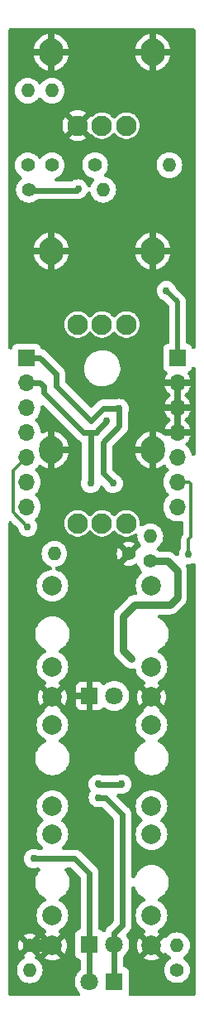
<source format=gbr>
%TF.GenerationSoftware,KiCad,Pcbnew,7.0.8*%
%TF.CreationDate,2024-02-10T19:54:04+11:00*%
%TF.ProjectId,JNTUB,4a4e5455-422e-46b6-9963-61645f706362,rev?*%
%TF.SameCoordinates,Original*%
%TF.FileFunction,Copper,L2,Bot*%
%TF.FilePolarity,Positive*%
%FSLAX46Y46*%
G04 Gerber Fmt 4.6, Leading zero omitted, Abs format (unit mm)*
G04 Created by KiCad (PCBNEW 7.0.8) date 2024-02-10 19:54:04*
%MOMM*%
%LPD*%
G01*
G04 APERTURE LIST*
%TA.AperFunction,ComponentPad*%
%ADD10R,1.800000X1.800000*%
%TD*%
%TA.AperFunction,ComponentPad*%
%ADD11C,1.800000*%
%TD*%
%TA.AperFunction,ComponentPad*%
%ADD12R,1.700000X1.700000*%
%TD*%
%TA.AperFunction,ComponentPad*%
%ADD13O,1.700000X1.700000*%
%TD*%
%TA.AperFunction,ComponentPad*%
%ADD14O,1.400000X1.400000*%
%TD*%
%TA.AperFunction,ComponentPad*%
%ADD15C,1.400000*%
%TD*%
%TA.AperFunction,ComponentPad*%
%ADD16C,2.000000*%
%TD*%
%TA.AperFunction,ComponentPad*%
%ADD17C,2.100000*%
%TD*%
%TA.AperFunction,ComponentPad*%
%ADD18O,2.500000X2.800000*%
%TD*%
%TA.AperFunction,ViaPad*%
%ADD19C,0.762000*%
%TD*%
%TA.AperFunction,Conductor*%
%ADD20C,0.609600*%
%TD*%
%TA.AperFunction,Conductor*%
%ADD21C,0.508000*%
%TD*%
%TA.AperFunction,Conductor*%
%ADD22C,0.304800*%
%TD*%
%TA.AperFunction,Conductor*%
%ADD23C,1.270000*%
%TD*%
%TA.AperFunction,Conductor*%
%ADD24C,0.762000*%
%TD*%
G04 APERTURE END LIST*
D10*
%TO.P,D6,1,K*%
%TO.N,GNDREF*%
X226314000Y-126238000D03*
D11*
%TO.P,D6,2,A*%
%TO.N,/PeripheralBoard/CLK_LED*%
X228854000Y-126238000D03*
%TD*%
D12*
%TO.P,J7,1,Pin_1*%
%TO.N,+5V*%
X219837000Y-91694000D03*
D13*
%TO.P,J7,2,Pin_2*%
%TO.N,-5V*%
X219837000Y-94234000D03*
%TO.P,J7,3,Pin_3*%
%TO.N,unconnected-(J7-Pin_3-Pad3)*%
X219837000Y-96774000D03*
%TO.P,J7,4,Pin_4*%
%TO.N,/PeripheralBoard/LED_NEG*%
X219837000Y-99314000D03*
%TO.P,J7,5,Pin_5*%
%TO.N,/PeripheralBoard/LED_POS*%
X219837000Y-101854000D03*
%TO.P,J7,6,Pin_6*%
%TO.N,/PeripheralBoard/P3_POT*%
X219837000Y-104394000D03*
%TO.P,J7,7,Pin_7*%
%TO.N,/PeripheralBoard/P2_AVG*%
X219837000Y-106934000D03*
%TD*%
D14*
%TO.P,R7,2*%
%TO.N,/PeripheralBoard/P1_AVG*%
X222450000Y-64390000D03*
D15*
%TO.P,R7,1*%
%TO.N,/PeripheralBoard/P1_POT*%
X222450000Y-72010000D03*
%TD*%
%TO.P,R29,1*%
%TO.N,GNDREF*%
X230320000Y-111720000D03*
D14*
%TO.P,R29,2*%
%TO.N,Net-(J1-Pad2)*%
X222700000Y-111720000D03*
%TD*%
D16*
%TO.P,J3,2*%
%TO.N,unconnected-(J3-Pad2)*%
X222504000Y-129208000D03*
%TO.P,J3,3*%
%TO.N,/PeripheralBoard/CLK_TRG*%
X222504000Y-137508000D03*
%TD*%
%TO.P,J1,1*%
%TO.N,GNDREF*%
X222504000Y-126368000D03*
%TO.P,J1,2*%
%TO.N,Net-(J1-Pad2)*%
X222504000Y-123268000D03*
%TO.P,J1,3*%
%TO.N,/PeripheralBoard/P1_CV*%
X222504000Y-114968000D03*
%TD*%
D17*
%TO.P,RV1,1,1*%
%TO.N,-5V*%
X225084000Y-108592000D03*
%TO.P,RV1,2,2*%
%TO.N,/PeripheralBoard/P1_POT*%
X227584000Y-108592000D03*
%TO.P,RV1,3,3*%
%TO.N,+5V*%
X230084000Y-108592000D03*
D18*
%TO.P,RV1,MP,MountPin*%
%TO.N,GNDREF*%
X222384000Y-101092000D03*
X232784000Y-101092000D03*
%TD*%
D11*
%TO.P,D8,2,A*%
%TO.N,/PeripheralBoard/LED_NEG*%
X226314000Y-155448000D03*
D10*
%TO.P,D8,1,K*%
%TO.N,/PeripheralBoard/LED_POS*%
X228854000Y-155448000D03*
%TD*%
D16*
%TO.P,J5,1*%
%TO.N,GNDREF*%
X222504000Y-151768000D03*
%TO.P,J5,2*%
%TO.N,unconnected-(J5-Pad2)*%
X222504000Y-148668000D03*
%TO.P,J5,3*%
%TO.N,/PeripheralBoard/OUT1*%
X222504000Y-140368000D03*
%TD*%
%TO.P,J2,1*%
%TO.N,GNDREF*%
X232664000Y-126368000D03*
%TO.P,J2,2*%
%TO.N,Net-(J1-Pad2)*%
X232664000Y-123268000D03*
%TO.P,J2,3*%
%TO.N,/PeripheralBoard/P2_CV*%
X232664000Y-114968000D03*
%TD*%
%TO.P,J6,1*%
%TO.N,GNDREF*%
X232664000Y-151768000D03*
%TO.P,J6,2*%
%TO.N,unconnected-(J6-Pad2)*%
X232664000Y-148668000D03*
%TO.P,J6,3*%
%TO.N,/PeripheralBoard/OUT1*%
X232664000Y-140368000D03*
%TD*%
%TO.P,J4,2*%
%TO.N,unconnected-(J4-Pad2)*%
X232664000Y-129208000D03*
%TO.P,J4,3*%
%TO.N,/PeripheralBoard/DITTO*%
X232664000Y-137508000D03*
%TD*%
D17*
%TO.P,RV2,1,1*%
%TO.N,-5V*%
X225084000Y-88272000D03*
%TO.P,RV2,2,2*%
%TO.N,/PeripheralBoard/P2_POT*%
X227584000Y-88272000D03*
%TO.P,RV2,3,3*%
%TO.N,+5V*%
X230084000Y-88272000D03*
D18*
%TO.P,RV2,MP,MountPin*%
%TO.N,GNDREF*%
X222384000Y-80772000D03*
X232784000Y-80772000D03*
%TD*%
D12*
%TO.P,J8,1,Pin_1*%
%TO.N,/PeripheralBoard/OUT*%
X235331000Y-91694000D03*
D13*
%TO.P,J8,2,Pin_2*%
%TO.N,GNDREF*%
X235331000Y-94234000D03*
%TO.P,J8,3,Pin_3*%
X235331000Y-96774000D03*
%TO.P,J8,4,Pin_4*%
X235331000Y-99314000D03*
%TO.P,J8,5,Pin_5*%
%TO.N,/PeripheralBoard/CLK_LED*%
X235331000Y-101854000D03*
%TO.P,J8,6,Pin_6*%
%TO.N,/PeripheralBoard/CLK_TRG*%
X235331000Y-104394000D03*
%TO.P,J8,7,Pin_7*%
%TO.N,/PeripheralBoard/P1_AVG*%
X235331000Y-106934000D03*
%TD*%
D10*
%TO.P,D7,1,K*%
%TO.N,/PeripheralBoard/LED_NEG*%
X226314000Y-151638000D03*
D11*
%TO.P,D7,2,A*%
%TO.N,/PeripheralBoard/LED_POS*%
X228854000Y-151638000D03*
%TD*%
D17*
%TO.P,RV3,1,1*%
%TO.N,GNDREF*%
X225084000Y-67952000D03*
%TO.P,RV3,2,2*%
%TO.N,/PeripheralBoard/P3_POT*%
X227584000Y-67952000D03*
%TO.P,RV3,3,3*%
%TO.N,+5V*%
X230084000Y-67952000D03*
D18*
%TO.P,RV3,MP,MountPin*%
%TO.N,GNDREF*%
X222384000Y-60452000D03*
X232784000Y-60452000D03*
%TD*%
D14*
%TO.P,R3,2*%
%TO.N,/PeripheralBoard/P2_CV*%
X234490000Y-71990000D03*
D15*
%TO.P,R3,1*%
%TO.N,/PeripheralBoard/P2_AVG*%
X226870000Y-71990000D03*
%TD*%
%TO.P,R1,1*%
%TO.N,/PeripheralBoard/P2_AVG*%
X220090000Y-74510000D03*
D14*
%TO.P,R1,2*%
%TO.N,/PeripheralBoard/P2_POT*%
X227710000Y-74510000D03*
%TD*%
%TO.P,R9,2*%
%TO.N,/PeripheralBoard/P1_AVG*%
X219980000Y-64390000D03*
D15*
%TO.P,R9,1*%
%TO.N,/PeripheralBoard/P1_CV*%
X219980000Y-72010000D03*
%TD*%
D14*
%TO.P,R15,2*%
%TO.N,/PeripheralBoard/DITTO*%
X235280000Y-151720000D03*
D15*
%TO.P,R15,1*%
%TO.N,/PeripheralBoard/CLK_TRG*%
X235280000Y-154260000D03*
%TD*%
%TO.P,R17,1*%
%TO.N,GNDREF*%
X220180000Y-151740000D03*
D14*
%TO.P,R17,2*%
%TO.N,/PeripheralBoard/CLK_TRG*%
X220180000Y-154280000D03*
%TD*%
D15*
%TO.P,R21,1*%
%TO.N,/PeripheralBoard/OUT1*%
X232540000Y-112480000D03*
D14*
%TO.P,R21,2*%
%TO.N,/PeripheralBoard/OUT*%
X232540000Y-109940000D03*
%TD*%
D19*
%TO.N,-5V*%
X226441000Y-104521000D03*
%TO.N,+5V*%
X228727000Y-104521000D03*
X229362000Y-96869902D03*
%TO.N,/PeripheralBoard/OUT*%
X234188000Y-84836000D03*
%TO.N,/PeripheralBoard/CLK_TRG*%
X236474000Y-111760000D03*
%TO.N,/PeripheralBoard/P2_AVG*%
X225130000Y-74440000D03*
%TO.N,/PeripheralBoard/CLK_LED*%
X229616000Y-135255000D03*
X227203000Y-135255000D03*
%TO.N,-5V*%
X228092000Y-98171000D03*
%TO.N,/PeripheralBoard/LED_POS*%
X219964000Y-108966000D03*
X227210000Y-136630000D03*
%TO.N,/PeripheralBoard/OUT1*%
X230620000Y-122440000D03*
%TO.N,/PeripheralBoard/LED_NEG*%
X220560000Y-142870000D03*
%TD*%
D20*
%TO.N,+5V*%
X229362000Y-96869902D02*
X229362000Y-98679000D01*
X227711000Y-100330000D02*
X227711000Y-103505000D01*
%TO.N,-5V*%
X227000236Y-99314000D02*
X227000236Y-99262764D01*
X226441000Y-104521000D02*
X226441000Y-99314000D01*
%TO.N,+5V*%
X227711000Y-103505000D02*
X228727000Y-104521000D01*
%TO.N,-5V*%
X227000236Y-99262764D02*
X228092000Y-98171000D01*
D21*
%TO.N,/PeripheralBoard/OUT*%
X235331000Y-91694000D02*
X235331000Y-85979000D01*
X235331000Y-85979000D02*
X234188000Y-84836000D01*
D22*
%TO.N,/PeripheralBoard/CLK_TRG*%
X236533081Y-104394000D02*
X236703790Y-104564709D01*
X236703790Y-110006210D02*
X236474000Y-110236000D01*
X236474000Y-110236000D02*
X236474000Y-111760000D01*
X235331000Y-104394000D02*
X236533081Y-104394000D01*
X236703790Y-104564709D02*
X236703790Y-110006210D01*
D20*
%TO.N,/PeripheralBoard/LED_NEG*%
X226314000Y-151638000D02*
X226314000Y-155448000D01*
%TO.N,-5V*%
X226441000Y-99314000D02*
X227000236Y-99314000D01*
D22*
%TO.N,/PeripheralBoard/LED_POS*%
X218464210Y-103226790D02*
X218464210Y-107466210D01*
X218464210Y-107466210D02*
X219964000Y-108966000D01*
X219837000Y-101854000D02*
X218464210Y-103226790D01*
D20*
X228854000Y-151638000D02*
X228854000Y-155448000D01*
%TO.N,+5V*%
X229362000Y-98679000D02*
X227711000Y-100330000D01*
%TO.N,/PeripheralBoard/P2_AVG*%
X225130000Y-74440000D02*
X225010000Y-74560000D01*
%TO.N,/PeripheralBoard/CLK_LED*%
X227203000Y-135255000D02*
X227208000Y-135260000D01*
X227208000Y-135260000D02*
X229611000Y-135260000D01*
X229611000Y-135260000D02*
X229616000Y-135255000D01*
%TO.N,+5V*%
X222885000Y-94555000D02*
X222885000Y-93345000D01*
X227742098Y-96869902D02*
X226441000Y-98171000D01*
X226441000Y-98171000D02*
X226441000Y-98111000D01*
X221234000Y-91694000D02*
X219837000Y-91694000D01*
X229362000Y-96869902D02*
X227742098Y-96869902D01*
%TO.N,-5V*%
X219837000Y-94234000D02*
X221234000Y-94234000D01*
%TO.N,+5V*%
X226441000Y-98111000D02*
X222885000Y-94555000D01*
%TO.N,-5V*%
X221234000Y-94234000D02*
X221615000Y-94615000D01*
X225674000Y-99314000D02*
X226441000Y-99314000D01*
X221615000Y-95255000D02*
X225674000Y-99314000D01*
X221615000Y-94615000D02*
X221615000Y-95255000D01*
%TO.N,+5V*%
X222885000Y-93345000D02*
X221234000Y-91694000D01*
%TO.N,/PeripheralBoard/LED_POS*%
X228854000Y-151638000D02*
X228854000Y-150495000D01*
%TO.N,/PeripheralBoard/P2_AVG*%
X225010000Y-74560000D02*
X220140000Y-74560000D01*
X220140000Y-74560000D02*
X220090000Y-74510000D01*
%TO.N,/PeripheralBoard/LED_POS*%
X227930000Y-136630000D02*
X227210000Y-136630000D01*
X228854000Y-150495000D02*
X229690000Y-149659000D01*
X229690000Y-149659000D02*
X229690000Y-138390000D01*
X229690000Y-138390000D02*
X227930000Y-136630000D01*
D23*
%TO.N,GNDREF*%
X220208000Y-151768000D02*
X222504000Y-151768000D01*
X220180000Y-151740000D02*
X220208000Y-151768000D01*
D20*
%TO.N,/PeripheralBoard/LED_NEG*%
X224785000Y-142870000D02*
X226314000Y-144399000D01*
X220560000Y-142870000D02*
X224785000Y-142870000D01*
X226314000Y-144399000D02*
X226314000Y-151638000D01*
D24*
%TO.N,/PeripheralBoard/OUT1*%
X234540000Y-116920000D02*
X235290000Y-116170000D01*
X230620000Y-122440000D02*
X229770000Y-121590000D01*
X229770000Y-121590000D02*
X229770000Y-118110000D01*
X230960000Y-116920000D02*
X234540000Y-116920000D01*
X234310000Y-112480000D02*
X232540000Y-112480000D01*
X235290000Y-113460000D02*
X234310000Y-112480000D01*
X229770000Y-118110000D02*
X230960000Y-116920000D01*
X235290000Y-116170000D02*
X235290000Y-113460000D01*
%TD*%
%TA.AperFunction,Conductor*%
%TO.N,GNDREF*%
G36*
X237046031Y-58007524D02*
G01*
X237116386Y-58063630D01*
X237155430Y-58144706D01*
X237160500Y-58189700D01*
X237160500Y-90607923D01*
X237140476Y-90695654D01*
X237084370Y-90766009D01*
X237003294Y-90805053D01*
X236913306Y-90805053D01*
X236832230Y-90766009D01*
X236776124Y-90695654D01*
X236764129Y-90664336D01*
X236757449Y-90641343D01*
X236745372Y-90599774D01*
X236666905Y-90467093D01*
X236557907Y-90358095D01*
X236557906Y-90358094D01*
X236425226Y-90279628D01*
X236340887Y-90255125D01*
X236262226Y-90211420D01*
X236210318Y-90137912D01*
X236195100Y-90060954D01*
X236195100Y-86018226D01*
X236195434Y-86010017D01*
X236199876Y-85955465D01*
X236199875Y-85955464D01*
X236199876Y-85955462D01*
X236188769Y-85873941D01*
X236179874Y-85792149D01*
X236179872Y-85792143D01*
X236177518Y-85781447D01*
X236178060Y-85781327D01*
X236177687Y-85779735D01*
X236177149Y-85779869D01*
X236174504Y-85769234D01*
X236169674Y-85756088D01*
X236146131Y-85692006D01*
X236119860Y-85614034D01*
X236119858Y-85614030D01*
X236115254Y-85604078D01*
X236115758Y-85603844D01*
X236115057Y-85602381D01*
X236114559Y-85602629D01*
X236109690Y-85592812D01*
X236109688Y-85592809D01*
X236109687Y-85592806D01*
X236065375Y-85523480D01*
X236022963Y-85452990D01*
X236016326Y-85444259D01*
X236016764Y-85443925D01*
X236015760Y-85442641D01*
X236015332Y-85442986D01*
X236008464Y-85434442D01*
X235950269Y-85376247D01*
X235893705Y-85316533D01*
X235893701Y-85316530D01*
X235893700Y-85316529D01*
X235885349Y-85309435D01*
X235885706Y-85309014D01*
X235870328Y-85296306D01*
X235178378Y-84604356D01*
X235130502Y-84528161D01*
X235127868Y-84520096D01*
X235108088Y-84454887D01*
X235108087Y-84454885D01*
X235108087Y-84454884D01*
X235059280Y-84363575D01*
X235016057Y-84282710D01*
X234892205Y-84131795D01*
X234741290Y-84007943D01*
X234730844Y-84002359D01*
X234569115Y-83915912D01*
X234569109Y-83915910D01*
X234382288Y-83859239D01*
X234188004Y-83840104D01*
X234187996Y-83840104D01*
X233993711Y-83859239D01*
X233806890Y-83915910D01*
X233806884Y-83915912D01*
X233634711Y-84007942D01*
X233483795Y-84131795D01*
X233359942Y-84282711D01*
X233267912Y-84454884D01*
X233267910Y-84454890D01*
X233211239Y-84641711D01*
X233192104Y-84835995D01*
X233192104Y-84836004D01*
X233211239Y-85030288D01*
X233267910Y-85217109D01*
X233267912Y-85217115D01*
X233317034Y-85309014D01*
X233359943Y-85389290D01*
X233483795Y-85540205D01*
X233634710Y-85664057D01*
X233686999Y-85692006D01*
X233806884Y-85756087D01*
X233806885Y-85756087D01*
X233806887Y-85756088D01*
X233872074Y-85775862D01*
X233950214Y-85820489D01*
X233956356Y-85826378D01*
X234407677Y-86277699D01*
X234455553Y-86353894D01*
X234466900Y-86420676D01*
X234466900Y-90060954D01*
X234446876Y-90148685D01*
X234390770Y-90219040D01*
X234321113Y-90255125D01*
X234236773Y-90279628D01*
X234104093Y-90358094D01*
X233995094Y-90467093D01*
X233916628Y-90599773D01*
X233873623Y-90747794D01*
X233873622Y-90747801D01*
X233870962Y-90781607D01*
X233870900Y-90782390D01*
X233870901Y-92605606D01*
X233870901Y-92605607D01*
X233873621Y-92640197D01*
X233916627Y-92788225D01*
X233949595Y-92843970D01*
X233995095Y-92920907D01*
X234104093Y-93029905D01*
X234206030Y-93090190D01*
X234271350Y-93152083D01*
X234303348Y-93236189D01*
X234295685Y-93325850D01*
X234258960Y-93388998D01*
X234260812Y-93390440D01*
X234255678Y-93397035D01*
X234132582Y-93585446D01*
X234132578Y-93585454D01*
X234042178Y-93791544D01*
X234007319Y-93929199D01*
X234007320Y-93929200D01*
X234932531Y-93929200D01*
X234871507Y-94024156D01*
X234831000Y-94162111D01*
X234831000Y-94305889D01*
X234871507Y-94443844D01*
X234932531Y-94538800D01*
X234007320Y-94538800D01*
X234042178Y-94676455D01*
X234132578Y-94882545D01*
X234132582Y-94882553D01*
X234255676Y-95070961D01*
X234408096Y-95236533D01*
X234408102Y-95236538D01*
X234546728Y-95344436D01*
X234603661Y-95414124D01*
X234624720Y-95501612D01*
X234605733Y-95589574D01*
X234550462Y-95660587D01*
X234546728Y-95663564D01*
X234408102Y-95771461D01*
X234408096Y-95771466D01*
X234255676Y-95937038D01*
X234132582Y-96125446D01*
X234132578Y-96125454D01*
X234042178Y-96331544D01*
X234007319Y-96469199D01*
X234007320Y-96469200D01*
X234932531Y-96469200D01*
X234871507Y-96564156D01*
X234831000Y-96702111D01*
X234831000Y-96845889D01*
X234871507Y-96983844D01*
X234932531Y-97078800D01*
X234007320Y-97078800D01*
X234042178Y-97216455D01*
X234132578Y-97422545D01*
X234132582Y-97422553D01*
X234255676Y-97610961D01*
X234408096Y-97776533D01*
X234408102Y-97776538D01*
X234546728Y-97884436D01*
X234603661Y-97954124D01*
X234624720Y-98041612D01*
X234605733Y-98129574D01*
X234550462Y-98200587D01*
X234546728Y-98203564D01*
X234408102Y-98311461D01*
X234408096Y-98311466D01*
X234255676Y-98477038D01*
X234132582Y-98665446D01*
X234132578Y-98665454D01*
X234042178Y-98871544D01*
X234007319Y-99009199D01*
X234007320Y-99009200D01*
X234932531Y-99009200D01*
X234871507Y-99104156D01*
X234831000Y-99242111D01*
X234831000Y-99385889D01*
X234871507Y-99523844D01*
X234932531Y-99618800D01*
X234021926Y-99618800D01*
X233934195Y-99598776D01*
X233889281Y-99568155D01*
X233889084Y-99568403D01*
X233885785Y-99565772D01*
X233884400Y-99564828D01*
X233883170Y-99563686D01*
X233665463Y-99415257D01*
X233428072Y-99300935D01*
X233176289Y-99223270D01*
X233088800Y-99210083D01*
X233088800Y-100417059D01*
X232986457Y-100368900D01*
X232825138Y-100338127D01*
X232661234Y-100348439D01*
X232505044Y-100399188D01*
X232479200Y-100415589D01*
X232479200Y-99210083D01*
X232391710Y-99223270D01*
X232391709Y-99223270D01*
X232139927Y-99300935D01*
X231902536Y-99415257D01*
X231684830Y-99563686D01*
X231491680Y-99742903D01*
X231327402Y-99948901D01*
X231327396Y-99948910D01*
X231195654Y-100177092D01*
X231099390Y-100422370D01*
X231099390Y-100422371D01*
X231040761Y-100679241D01*
X231032671Y-100787200D01*
X232165500Y-100787200D01*
X232134000Y-100909886D01*
X232134000Y-101232894D01*
X232149417Y-101354933D01*
X232165993Y-101396800D01*
X231032671Y-101396800D01*
X231040761Y-101504758D01*
X231099390Y-101761628D01*
X231099390Y-101761629D01*
X231195654Y-102006907D01*
X231327396Y-102235089D01*
X231327402Y-102235098D01*
X231491680Y-102441096D01*
X231684830Y-102620313D01*
X231902536Y-102768742D01*
X232139927Y-102883064D01*
X232391709Y-102960729D01*
X232479200Y-102973915D01*
X232479200Y-101766940D01*
X232581543Y-101815100D01*
X232742862Y-101845873D01*
X232906766Y-101835561D01*
X233062956Y-101784812D01*
X233088800Y-101768410D01*
X233088800Y-102973915D01*
X233176290Y-102960729D01*
X233428072Y-102883064D01*
X233665463Y-102768742D01*
X233854187Y-102640073D01*
X233937954Y-102607197D01*
X234027690Y-102613922D01*
X234105621Y-102658916D01*
X234137364Y-102696545D01*
X234174827Y-102753886D01*
X234338712Y-102931912D01*
X234380498Y-102964435D01*
X234380499Y-102964436D01*
X234437432Y-103034124D01*
X234458490Y-103121613D01*
X234439503Y-103209575D01*
X234384231Y-103280587D01*
X234380499Y-103283564D01*
X234338712Y-103316088D01*
X234174826Y-103494114D01*
X234042483Y-103696681D01*
X234042475Y-103696695D01*
X233945279Y-103918279D01*
X233885877Y-104152855D01*
X233865896Y-104393994D01*
X233865896Y-104394005D01*
X233885877Y-104635144D01*
X233945279Y-104869720D01*
X234035012Y-105074290D01*
X234042479Y-105091312D01*
X234042483Y-105091318D01*
X234129955Y-105225205D01*
X234174827Y-105293886D01*
X234338712Y-105471912D01*
X234380498Y-105504435D01*
X234380499Y-105504436D01*
X234437432Y-105574124D01*
X234458490Y-105661613D01*
X234439503Y-105749575D01*
X234384231Y-105820587D01*
X234380499Y-105823564D01*
X234338712Y-105856088D01*
X234174826Y-106034114D01*
X234042483Y-106236681D01*
X234042475Y-106236695D01*
X233945279Y-106458279D01*
X233885877Y-106692855D01*
X233865896Y-106933994D01*
X233865896Y-106934005D01*
X233885877Y-107175144D01*
X233945279Y-107409720D01*
X234038153Y-107621450D01*
X234042479Y-107631312D01*
X234042483Y-107631318D01*
X234172767Y-107830734D01*
X234174827Y-107833886D01*
X234338712Y-108011912D01*
X234338715Y-108011914D01*
X234338714Y-108011914D01*
X234436260Y-108087837D01*
X234516673Y-108150425D01*
X234529663Y-108160535D01*
X234529662Y-108160535D01*
X234636069Y-108218119D01*
X234723973Y-108265691D01*
X234742476Y-108275704D01*
X234742479Y-108275705D01*
X234967330Y-108352896D01*
X234971338Y-108354272D01*
X234971340Y-108354272D01*
X234971346Y-108354274D01*
X235118691Y-108378861D01*
X235210013Y-108394100D01*
X235210017Y-108394100D01*
X235451983Y-108394100D01*
X235451987Y-108394100D01*
X235572675Y-108373960D01*
X235698911Y-108352896D01*
X235699153Y-108354350D01*
X235779410Y-108352452D01*
X235861387Y-108389568D01*
X235919141Y-108458577D01*
X235941233Y-108545810D01*
X235941290Y-108550591D01*
X235941290Y-109610067D01*
X235921266Y-109697798D01*
X235897699Y-109735478D01*
X235892221Y-109742405D01*
X235882754Y-109754379D01*
X235849461Y-109794057D01*
X235832602Y-109814149D01*
X235826463Y-109823482D01*
X235820602Y-109832984D01*
X235787625Y-109903705D01*
X235752606Y-109973433D01*
X235748797Y-109983896D01*
X235745273Y-109994532D01*
X235729498Y-110070935D01*
X235711499Y-110146877D01*
X235710205Y-110157954D01*
X235709230Y-110169092D01*
X235711500Y-110247075D01*
X235711500Y-111054480D01*
X235691476Y-111142211D01*
X235665603Y-111182754D01*
X235645942Y-111206710D01*
X235553912Y-111378884D01*
X235553910Y-111378890D01*
X235497239Y-111565711D01*
X235477130Y-111769885D01*
X235475501Y-111769724D01*
X235458080Y-111846054D01*
X235401974Y-111916409D01*
X235320898Y-111955453D01*
X235230910Y-111955453D01*
X235149834Y-111916409D01*
X235132927Y-111901300D01*
X235019677Y-111788050D01*
X234958907Y-111724120D01*
X234958899Y-111724113D01*
X234910273Y-111690267D01*
X234904140Y-111685643D01*
X234858208Y-111648191D01*
X234858207Y-111648190D01*
X234830279Y-111633602D01*
X234819322Y-111626964D01*
X234814283Y-111623457D01*
X234793463Y-111608966D01*
X234793460Y-111608964D01*
X234793459Y-111608964D01*
X234793458Y-111608963D01*
X234739017Y-111585601D01*
X234732074Y-111582304D01*
X234679545Y-111554865D01*
X234665202Y-111550761D01*
X234649239Y-111546193D01*
X234637179Y-111541899D01*
X234608229Y-111529476D01*
X234608227Y-111529475D01*
X234608223Y-111529473D01*
X234550185Y-111517546D01*
X234542724Y-111515715D01*
X234485756Y-111499414D01*
X234485747Y-111499413D01*
X234454332Y-111497021D01*
X234441647Y-111495242D01*
X234424094Y-111491635D01*
X234410785Y-111488900D01*
X234410784Y-111488900D01*
X234351520Y-111488900D01*
X234343848Y-111488608D01*
X234308649Y-111485927D01*
X234284766Y-111484109D01*
X234284762Y-111484109D01*
X234253509Y-111488089D01*
X234240725Y-111488900D01*
X233472405Y-111488900D01*
X233384674Y-111468876D01*
X233356429Y-111452333D01*
X233246889Y-111375633D01*
X233186508Y-111308910D01*
X233161058Y-111222597D01*
X233175578Y-111133788D01*
X233227192Y-111060075D01*
X233246889Y-111044367D01*
X233385330Y-110947430D01*
X233385329Y-110947430D01*
X233385333Y-110947428D01*
X233547428Y-110785333D01*
X233678913Y-110597552D01*
X233775794Y-110389792D01*
X233835125Y-110168365D01*
X233855104Y-109940000D01*
X233835125Y-109711635D01*
X233775794Y-109490208D01*
X233678913Y-109282448D01*
X233619190Y-109197154D01*
X233547430Y-109094669D01*
X233385330Y-108932569D01*
X233231601Y-108824928D01*
X233197552Y-108801087D01*
X233105418Y-108758124D01*
X232989797Y-108704208D01*
X232989793Y-108704206D01*
X232989792Y-108704206D01*
X232989790Y-108704205D01*
X232989786Y-108704204D01*
X232768369Y-108644876D01*
X232768368Y-108644875D01*
X232768365Y-108644875D01*
X232540000Y-108624896D01*
X232311635Y-108644875D01*
X232311631Y-108644875D01*
X232311630Y-108644876D01*
X232090213Y-108704204D01*
X232090202Y-108704208D01*
X231945444Y-108771711D01*
X231882448Y-108801087D01*
X231882445Y-108801088D01*
X231882445Y-108801089D01*
X231751621Y-108892691D01*
X231668270Y-108926608D01*
X231578457Y-108921001D01*
X231499972Y-108876981D01*
X231448358Y-108803267D01*
X231433839Y-108714459D01*
X231434133Y-108710409D01*
X231443945Y-108592000D01*
X231443355Y-108584884D01*
X231429519Y-108417905D01*
X231425397Y-108368160D01*
X231370259Y-108150427D01*
X231280036Y-107944738D01*
X231157188Y-107756704D01*
X231157186Y-107756702D01*
X231157185Y-107756700D01*
X231157184Y-107756699D01*
X231005070Y-107591459D01*
X230943736Y-107543721D01*
X230827819Y-107453500D01*
X230827816Y-107453498D01*
X230827815Y-107453497D01*
X230630290Y-107346602D01*
X230630277Y-107346596D01*
X230417855Y-107273671D01*
X230417838Y-107273667D01*
X230196312Y-107236701D01*
X230196306Y-107236700D01*
X230196303Y-107236700D01*
X229971697Y-107236700D01*
X229971694Y-107236700D01*
X229971687Y-107236701D01*
X229750161Y-107273667D01*
X229750144Y-107273671D01*
X229537722Y-107346596D01*
X229537709Y-107346602D01*
X229340184Y-107453497D01*
X229340182Y-107453499D01*
X229162929Y-107591459D01*
X229010815Y-107756699D01*
X229010809Y-107756707D01*
X229003274Y-107768241D01*
X228938526Y-107830734D01*
X228853075Y-107858945D01*
X228763846Y-107847287D01*
X228688512Y-107798068D01*
X228664726Y-107768241D01*
X228657190Y-107756707D01*
X228657184Y-107756699D01*
X228505070Y-107591459D01*
X228443736Y-107543721D01*
X228327819Y-107453500D01*
X228327816Y-107453498D01*
X228327815Y-107453497D01*
X228130290Y-107346602D01*
X228130277Y-107346596D01*
X227917855Y-107273671D01*
X227917838Y-107273667D01*
X227696312Y-107236701D01*
X227696306Y-107236700D01*
X227696303Y-107236700D01*
X227471697Y-107236700D01*
X227471694Y-107236700D01*
X227471687Y-107236701D01*
X227250161Y-107273667D01*
X227250144Y-107273671D01*
X227037722Y-107346596D01*
X227037709Y-107346602D01*
X226840184Y-107453497D01*
X226840182Y-107453499D01*
X226662929Y-107591459D01*
X226510815Y-107756699D01*
X226510809Y-107756707D01*
X226503274Y-107768241D01*
X226438526Y-107830734D01*
X226353075Y-107858945D01*
X226263846Y-107847287D01*
X226188512Y-107798068D01*
X226164726Y-107768241D01*
X226157190Y-107756707D01*
X226157184Y-107756699D01*
X226005070Y-107591459D01*
X225943736Y-107543721D01*
X225827819Y-107453500D01*
X225827816Y-107453498D01*
X225827815Y-107453497D01*
X225630290Y-107346602D01*
X225630277Y-107346596D01*
X225417855Y-107273671D01*
X225417838Y-107273667D01*
X225196312Y-107236701D01*
X225196306Y-107236700D01*
X225196303Y-107236700D01*
X224971697Y-107236700D01*
X224971694Y-107236700D01*
X224971687Y-107236701D01*
X224750161Y-107273667D01*
X224750144Y-107273671D01*
X224537722Y-107346596D01*
X224537709Y-107346602D01*
X224340184Y-107453497D01*
X224340182Y-107453499D01*
X224162929Y-107591459D01*
X224010815Y-107756699D01*
X224010814Y-107756700D01*
X223887963Y-107944740D01*
X223887960Y-107944745D01*
X223797741Y-108150425D01*
X223797740Y-108150426D01*
X223742602Y-108368163D01*
X223724055Y-108591994D01*
X223724055Y-108592005D01*
X223742602Y-108815836D01*
X223797740Y-109033573D01*
X223797741Y-109033574D01*
X223853325Y-109160294D01*
X223887964Y-109239262D01*
X223962447Y-109353267D01*
X224010814Y-109427299D01*
X224010815Y-109427300D01*
X224162929Y-109592540D01*
X224162933Y-109592543D01*
X224162934Y-109592544D01*
X224340181Y-109730500D01*
X224340183Y-109730501D01*
X224340184Y-109730502D01*
X224384305Y-109754379D01*
X224537716Y-109837401D01*
X224750153Y-109910331D01*
X224971697Y-109947300D01*
X224971701Y-109947300D01*
X225196299Y-109947300D01*
X225196303Y-109947300D01*
X225417847Y-109910331D01*
X225630284Y-109837401D01*
X225827819Y-109730500D01*
X226005066Y-109592544D01*
X226157188Y-109427296D01*
X226164724Y-109415760D01*
X226229470Y-109353267D01*
X226314920Y-109325054D01*
X226404149Y-109336711D01*
X226479485Y-109385928D01*
X226503277Y-109415762D01*
X226510813Y-109427297D01*
X226510815Y-109427300D01*
X226662929Y-109592540D01*
X226662933Y-109592543D01*
X226662934Y-109592544D01*
X226840181Y-109730500D01*
X226840183Y-109730501D01*
X226840184Y-109730502D01*
X226884305Y-109754379D01*
X227037716Y-109837401D01*
X227250153Y-109910331D01*
X227471697Y-109947300D01*
X227471701Y-109947300D01*
X227696299Y-109947300D01*
X227696303Y-109947300D01*
X227917847Y-109910331D01*
X228130284Y-109837401D01*
X228327819Y-109730500D01*
X228505066Y-109592544D01*
X228657188Y-109427296D01*
X228664724Y-109415760D01*
X228729470Y-109353267D01*
X228814920Y-109325054D01*
X228904149Y-109336711D01*
X228979485Y-109385928D01*
X229003277Y-109415762D01*
X229010813Y-109427297D01*
X229010815Y-109427300D01*
X229162929Y-109592540D01*
X229162933Y-109592543D01*
X229162934Y-109592544D01*
X229340181Y-109730500D01*
X229340183Y-109730501D01*
X229340184Y-109730502D01*
X229384305Y-109754379D01*
X229537716Y-109837401D01*
X229750153Y-109910331D01*
X229971697Y-109947300D01*
X229971701Y-109947300D01*
X230196299Y-109947300D01*
X230196303Y-109947300D01*
X230417847Y-109910331D01*
X230630284Y-109837401D01*
X230827819Y-109730500D01*
X230907527Y-109668460D01*
X230989058Y-109630378D01*
X231079039Y-109631441D01*
X231159648Y-109671440D01*
X231214920Y-109742453D01*
X231233906Y-109830415D01*
X231233151Y-109845635D01*
X231224896Y-109940000D01*
X231244875Y-110168365D01*
X231244875Y-110168368D01*
X231244876Y-110168369D01*
X231304204Y-110389786D01*
X231304208Y-110389797D01*
X231320566Y-110424876D01*
X231401087Y-110597552D01*
X231532572Y-110785333D01*
X231532574Y-110785335D01*
X231534111Y-110787530D01*
X231568028Y-110870881D01*
X231562423Y-110960694D01*
X231518404Y-111039180D01*
X231444690Y-111090794D01*
X231367663Y-111103387D01*
X230663985Y-111807065D01*
X230673628Y-111690698D01*
X230644953Y-111577462D01*
X230581064Y-111479673D01*
X230488885Y-111407928D01*
X230378405Y-111370000D01*
X230290995Y-111370000D01*
X230204784Y-111384386D01*
X230102053Y-111439981D01*
X230022940Y-111525921D01*
X229976018Y-111632892D01*
X229966372Y-111749302D01*
X229995047Y-111862538D01*
X230058936Y-111960327D01*
X230151115Y-112032072D01*
X230261595Y-112070000D01*
X230349005Y-112070000D01*
X230411476Y-112059575D01*
X230320000Y-112151052D01*
X229706166Y-112764885D01*
X229713691Y-112770154D01*
X229905260Y-112859483D01*
X230109429Y-112914191D01*
X230320000Y-112932613D01*
X230530570Y-112914191D01*
X230734739Y-112859483D01*
X230926305Y-112770155D01*
X230971937Y-112738203D01*
X231055287Y-112704284D01*
X231145100Y-112709888D01*
X231223587Y-112753906D01*
X231275203Y-112827618D01*
X231283227Y-112851499D01*
X231293554Y-112890039D01*
X231304206Y-112929792D01*
X231304207Y-112929795D01*
X231304208Y-112929797D01*
X231324651Y-112973637D01*
X231401087Y-113137552D01*
X231401090Y-113137556D01*
X231532569Y-113325330D01*
X231643032Y-113435793D01*
X231690908Y-113511988D01*
X231700984Y-113601409D01*
X231671263Y-113686347D01*
X231631374Y-113732523D01*
X231521970Y-113825963D01*
X231357374Y-114018680D01*
X231224953Y-114234769D01*
X231127969Y-114468911D01*
X231127968Y-114468914D01*
X231068806Y-114715338D01*
X231068806Y-114715340D01*
X231068805Y-114715346D01*
X231048921Y-114968000D01*
X231068805Y-115220654D01*
X231068805Y-115220657D01*
X231068806Y-115220659D01*
X231068806Y-115220661D01*
X231127968Y-115467085D01*
X231127970Y-115467093D01*
X231203452Y-115649322D01*
X231218526Y-115738038D01*
X231193614Y-115824508D01*
X231133651Y-115891606D01*
X231050514Y-115926043D01*
X231016644Y-115928900D01*
X230972517Y-115928900D01*
X230970223Y-115928841D01*
X230884352Y-115926665D01*
X230826037Y-115937117D01*
X230818430Y-115938184D01*
X230759463Y-115944180D01*
X230733188Y-115952424D01*
X230729397Y-115953613D01*
X230716963Y-115956666D01*
X230685948Y-115962225D01*
X230630913Y-115984207D01*
X230623678Y-115986783D01*
X230567136Y-116004524D01*
X230539583Y-116019816D01*
X230528020Y-116025307D01*
X230498758Y-116036997D01*
X230449280Y-116069605D01*
X230442712Y-116073584D01*
X230390895Y-116102345D01*
X230366985Y-116122871D01*
X230356762Y-116130579D01*
X230330453Y-116147919D01*
X230288550Y-116189821D01*
X230282917Y-116195041D01*
X230237953Y-116233642D01*
X230237953Y-116233643D01*
X230218665Y-116258560D01*
X230210200Y-116268171D01*
X229078050Y-117400322D01*
X229014120Y-117461091D01*
X229014116Y-117461097D01*
X228980270Y-117509721D01*
X228975648Y-117515852D01*
X228938190Y-117561792D01*
X228923600Y-117589723D01*
X228916965Y-117600675D01*
X228898969Y-117626531D01*
X228898964Y-117626539D01*
X228875598Y-117680988D01*
X228872303Y-117687926D01*
X228844864Y-117740456D01*
X228836196Y-117770749D01*
X228831901Y-117782814D01*
X228819476Y-117811768D01*
X228819475Y-117811772D01*
X228807548Y-117869807D01*
X228805717Y-117877268D01*
X228789413Y-117934248D01*
X228787021Y-117965667D01*
X228785242Y-117978352D01*
X228778900Y-118009216D01*
X228778900Y-118068478D01*
X228778608Y-118076157D01*
X228774109Y-118135233D01*
X228774109Y-118135235D01*
X228778089Y-118166489D01*
X228778900Y-118179274D01*
X228778900Y-121577483D01*
X228776665Y-121665646D01*
X228787117Y-121723960D01*
X228788184Y-121731568D01*
X228794180Y-121790530D01*
X228794181Y-121790536D01*
X228794182Y-121790538D01*
X228803614Y-121820603D01*
X228806666Y-121833038D01*
X228812224Y-121864050D01*
X228812225Y-121864052D01*
X228834207Y-121919083D01*
X228836784Y-121926323D01*
X228854523Y-121982860D01*
X228854525Y-121982865D01*
X228869816Y-122010416D01*
X228875310Y-122021984D01*
X228886997Y-122051241D01*
X228886998Y-122051242D01*
X228919609Y-122100724D01*
X228923581Y-122107281D01*
X228933953Y-122125967D01*
X228952346Y-122159104D01*
X228970705Y-122180490D01*
X228972871Y-122183013D01*
X228980579Y-122193235D01*
X228992474Y-122211284D01*
X228997920Y-122219547D01*
X229039823Y-122261450D01*
X229045047Y-122267087D01*
X229083638Y-122312041D01*
X229083644Y-122312047D01*
X229108564Y-122331336D01*
X229118174Y-122339801D01*
X229881238Y-123102865D01*
X229887905Y-123110221D01*
X229915792Y-123144202D01*
X229915794Y-123144204D01*
X229915795Y-123144205D01*
X229950508Y-123172692D01*
X229954112Y-123175797D01*
X229954719Y-123176346D01*
X229954727Y-123176354D01*
X229992381Y-123207057D01*
X230066710Y-123268057D01*
X230066712Y-123268058D01*
X230067899Y-123269032D01*
X230070529Y-123270976D01*
X230071792Y-123271809D01*
X230156962Y-123316298D01*
X230238885Y-123360087D01*
X230243939Y-123362180D01*
X230249131Y-123364605D01*
X230250456Y-123365135D01*
X230339795Y-123390698D01*
X230425710Y-123416760D01*
X230425714Y-123416760D01*
X230438578Y-123419319D01*
X230442567Y-123420284D01*
X230444243Y-123420584D01*
X230444249Y-123420586D01*
X230501452Y-123424942D01*
X230533782Y-123427404D01*
X230620000Y-123435896D01*
X230629946Y-123435896D01*
X230629946Y-123436360D01*
X230634989Y-123436304D01*
X230634986Y-123436152D01*
X230645240Y-123435892D01*
X230731208Y-123424942D01*
X230814290Y-123416760D01*
X230814305Y-123416755D01*
X230824029Y-123414822D01*
X230824046Y-123414911D01*
X230844791Y-123410476D01*
X230845192Y-123410426D01*
X230845195Y-123410424D01*
X230855374Y-123409129D01*
X230855789Y-123412392D01*
X230926358Y-123412105D01*
X231007593Y-123450818D01*
X231063985Y-123520943D01*
X231078782Y-123562214D01*
X231127968Y-123767085D01*
X231127969Y-123767088D01*
X231224953Y-124001230D01*
X231224954Y-124001231D01*
X231357374Y-124217320D01*
X231521967Y-124410033D01*
X231714679Y-124574625D01*
X231714684Y-124574629D01*
X231928195Y-124705470D01*
X231992535Y-124768383D01*
X232023207Y-124852982D01*
X232014135Y-124942511D01*
X231967117Y-125019237D01*
X231928194Y-125050277D01*
X231834651Y-125107599D01*
X232599223Y-125872171D01*
X232521685Y-125883320D01*
X232390900Y-125943048D01*
X232282239Y-126037202D01*
X232204507Y-126158156D01*
X232164000Y-126296111D01*
X232164000Y-126299052D01*
X231403599Y-125538651D01*
X231316207Y-125681265D01*
X231225372Y-125900559D01*
X231225371Y-125900562D01*
X231169961Y-126131359D01*
X231169961Y-126131361D01*
X231151337Y-126368000D01*
X231169961Y-126604638D01*
X231169961Y-126604640D01*
X231225371Y-126835437D01*
X231225372Y-126835440D01*
X231316207Y-127054736D01*
X231316210Y-127054742D01*
X231403599Y-127197347D01*
X232164000Y-126436946D01*
X232164000Y-126439889D01*
X232204507Y-126577844D01*
X232282239Y-126698798D01*
X232390900Y-126792952D01*
X232521685Y-126852680D01*
X232599223Y-126863828D01*
X231834652Y-127628398D01*
X231841449Y-127685827D01*
X231831875Y-127775304D01*
X231784426Y-127851766D01*
X231746302Y-127881995D01*
X231714683Y-127901371D01*
X231521967Y-128065967D01*
X231357374Y-128258680D01*
X231224953Y-128474769D01*
X231127969Y-128708911D01*
X231127968Y-128708914D01*
X231068806Y-128955338D01*
X231068806Y-128955340D01*
X231068805Y-128955346D01*
X231048921Y-129208000D01*
X231068805Y-129460654D01*
X231068805Y-129460657D01*
X231068806Y-129460659D01*
X231068806Y-129460661D01*
X231127968Y-129707085D01*
X231127969Y-129707088D01*
X231224953Y-129941230D01*
X231224954Y-129941231D01*
X231357374Y-130157320D01*
X231521967Y-130350033D01*
X231714680Y-130514626D01*
X231930769Y-130647046D01*
X231930771Y-130647046D01*
X231930848Y-130647094D01*
X231995188Y-130710007D01*
X232025860Y-130794606D01*
X232016788Y-130884135D01*
X231969770Y-130960862D01*
X231908408Y-131001540D01*
X231909181Y-131003145D01*
X231902359Y-131006430D01*
X231675145Y-131137612D01*
X231675138Y-131137617D01*
X231470019Y-131301194D01*
X231291568Y-131493518D01*
X231143771Y-131710297D01*
X231029936Y-131946677D01*
X230952605Y-132197379D01*
X230952604Y-132197383D01*
X230952604Y-132197385D01*
X230913500Y-132456818D01*
X230913500Y-132719182D01*
X230946086Y-132935376D01*
X230952604Y-132978616D01*
X230952605Y-132978620D01*
X231029936Y-133229322D01*
X231143771Y-133465702D01*
X231291568Y-133682481D01*
X231470019Y-133874805D01*
X231675143Y-134038386D01*
X231675145Y-134038387D01*
X231902356Y-134169568D01*
X232001959Y-134208659D01*
X232146584Y-134265420D01*
X232402370Y-134323802D01*
X232598506Y-134338500D01*
X232598509Y-134338500D01*
X232729491Y-134338500D01*
X232729494Y-134338500D01*
X232925630Y-134323802D01*
X233181416Y-134265420D01*
X233425643Y-134169568D01*
X233652857Y-134038386D01*
X233857981Y-133874805D01*
X234036433Y-133682479D01*
X234184228Y-133465704D01*
X234298063Y-133229323D01*
X234375396Y-132978615D01*
X234414500Y-132719182D01*
X234414500Y-132456818D01*
X234375396Y-132197385D01*
X234298063Y-131946677D01*
X234184228Y-131710296D01*
X234036433Y-131493521D01*
X234036431Y-131493518D01*
X233857980Y-131301194D01*
X233652861Y-131137617D01*
X233652854Y-131137612D01*
X233425640Y-131006430D01*
X233418819Y-131003145D01*
X233419657Y-131001403D01*
X233354562Y-130957012D01*
X233309577Y-130879076D01*
X233302863Y-130789339D01*
X233335748Y-130705576D01*
X233397152Y-130647094D01*
X233397228Y-130647046D01*
X233397231Y-130647046D01*
X233613320Y-130514626D01*
X233806033Y-130350033D01*
X233970626Y-130157320D01*
X234103046Y-129941231D01*
X234200031Y-129707087D01*
X234259195Y-129460654D01*
X234279079Y-129208000D01*
X234259195Y-128955346D01*
X234200031Y-128708913D01*
X234103046Y-128474769D01*
X233970626Y-128258680D01*
X233806033Y-128065967D01*
X233613320Y-127901374D01*
X233581697Y-127881995D01*
X233517359Y-127819084D01*
X233486687Y-127734485D01*
X233486550Y-127685827D01*
X233493346Y-127628398D01*
X232728776Y-126863828D01*
X232806315Y-126852680D01*
X232937100Y-126792952D01*
X233045761Y-126698798D01*
X233123493Y-126577844D01*
X233164000Y-126439889D01*
X233164000Y-126436948D01*
X233924399Y-127197347D01*
X234011790Y-127054738D01*
X234011794Y-127054730D01*
X234102627Y-126835440D01*
X234102628Y-126835437D01*
X234158038Y-126604640D01*
X234158038Y-126604638D01*
X234176662Y-126368000D01*
X234158038Y-126131361D01*
X234158038Y-126131359D01*
X234102628Y-125900562D01*
X234102627Y-125900559D01*
X234011792Y-125681263D01*
X234011789Y-125681257D01*
X233924399Y-125538651D01*
X233164000Y-126299050D01*
X233164000Y-126296111D01*
X233123493Y-126158156D01*
X233045761Y-126037202D01*
X232937100Y-125943048D01*
X232806315Y-125883320D01*
X232728774Y-125872171D01*
X233493346Y-125107600D01*
X233399804Y-125050277D01*
X233335464Y-124987363D01*
X233304792Y-124902765D01*
X233313864Y-124813236D01*
X233360882Y-124736509D01*
X233399804Y-124705469D01*
X233613320Y-124574626D01*
X233806033Y-124410033D01*
X233970626Y-124217320D01*
X234103046Y-124001231D01*
X234200031Y-123767087D01*
X234259195Y-123520654D01*
X234279079Y-123268000D01*
X234259195Y-123015346D01*
X234200031Y-122768913D01*
X234103046Y-122534769D01*
X233970626Y-122318680D01*
X233806033Y-122125967D01*
X233613320Y-121961374D01*
X233397231Y-121828954D01*
X233397230Y-121828953D01*
X233397151Y-121828905D01*
X233332811Y-121765991D01*
X233302139Y-121681393D01*
X233311211Y-121591863D01*
X233358229Y-121515137D01*
X233419596Y-121474469D01*
X233418819Y-121472855D01*
X233425640Y-121469569D01*
X233425639Y-121469569D01*
X233425643Y-121469568D01*
X233652857Y-121338386D01*
X233857981Y-121174805D01*
X234036433Y-120982479D01*
X234184228Y-120765704D01*
X234298063Y-120529323D01*
X234375396Y-120278615D01*
X234414500Y-120019182D01*
X234414500Y-119756818D01*
X234375396Y-119497385D01*
X234298063Y-119246677D01*
X234184228Y-119010296D01*
X234036433Y-118793521D01*
X234036431Y-118793518D01*
X233857980Y-118601194D01*
X233652861Y-118437617D01*
X233652854Y-118437612D01*
X233425640Y-118306430D01*
X233425637Y-118306428D01*
X233413137Y-118301523D01*
X233338785Y-118250832D01*
X233293791Y-118172901D01*
X233287065Y-118083165D01*
X233319940Y-117999398D01*
X233385905Y-117938191D01*
X233471895Y-117911666D01*
X233487007Y-117911100D01*
X234527483Y-117911100D01*
X234540077Y-117911419D01*
X234615640Y-117913334D01*
X234615640Y-117913333D01*
X234615646Y-117913334D01*
X234673968Y-117902880D01*
X234681568Y-117901814D01*
X234693953Y-117900555D01*
X234740530Y-117895820D01*
X234740530Y-117895819D01*
X234740536Y-117895819D01*
X234770615Y-117886381D01*
X234783033Y-117883333D01*
X234814054Y-117877774D01*
X234869107Y-117855782D01*
X234876292Y-117853224D01*
X234932862Y-117835476D01*
X234960417Y-117820181D01*
X234971983Y-117814689D01*
X235001242Y-117803002D01*
X235050736Y-117770381D01*
X235057269Y-117766423D01*
X235109104Y-117737654D01*
X235133023Y-117717119D01*
X235143244Y-117709414D01*
X235169548Y-117692079D01*
X235211448Y-117650177D01*
X235217087Y-117644952D01*
X235238536Y-117626539D01*
X235262047Y-117606356D01*
X235281333Y-117581438D01*
X235289791Y-117571834D01*
X235981949Y-116879677D01*
X236045883Y-116818904D01*
X236079747Y-116770248D01*
X236084335Y-116764163D01*
X236121808Y-116718208D01*
X236136397Y-116690276D01*
X236143035Y-116679321D01*
X236161034Y-116653463D01*
X236184412Y-116598984D01*
X236187687Y-116592089D01*
X236215135Y-116539544D01*
X236223805Y-116509238D01*
X236228096Y-116497187D01*
X236240524Y-116468229D01*
X236252451Y-116410187D01*
X236254280Y-116402736D01*
X236255239Y-116399383D01*
X236270586Y-116345752D01*
X236272978Y-116314333D01*
X236274758Y-116301639D01*
X236281099Y-116270790D01*
X236281100Y-116270784D01*
X236281100Y-116211520D01*
X236281392Y-116203841D01*
X236282062Y-116195041D01*
X236285891Y-116144763D01*
X236283103Y-116122871D01*
X236281911Y-116113508D01*
X236281100Y-116100724D01*
X236281100Y-113472516D01*
X236283334Y-113384359D01*
X236283333Y-113384358D01*
X236283334Y-113384354D01*
X236272880Y-113326034D01*
X236271814Y-113318428D01*
X236265819Y-113259467D01*
X236265819Y-113259464D01*
X236256384Y-113229394D01*
X236253332Y-113216957D01*
X236247774Y-113185946D01*
X236225784Y-113130895D01*
X236223221Y-113123695D01*
X236205476Y-113067138D01*
X236194337Y-113047070D01*
X236169269Y-112960646D01*
X236184181Y-112871903D01*
X236236121Y-112798418D01*
X236314801Y-112754747D01*
X236390948Y-112747716D01*
X236428508Y-112751415D01*
X236473997Y-112755896D01*
X236474000Y-112755896D01*
X236474004Y-112755896D01*
X236603526Y-112743138D01*
X236668290Y-112736760D01*
X236855113Y-112680088D01*
X236862980Y-112675882D01*
X236949790Y-112652184D01*
X237038286Y-112668498D01*
X237110940Y-112721594D01*
X237153362Y-112800954D01*
X237160500Y-112854205D01*
X237160500Y-156694300D01*
X237140476Y-156782031D01*
X237084370Y-156852386D01*
X237003294Y-156891430D01*
X236958300Y-156896500D01*
X230492919Y-156896500D01*
X230405188Y-156876476D01*
X230334833Y-156820370D01*
X230295789Y-156739294D01*
X230295789Y-156649306D01*
X230313800Y-156604112D01*
X230313319Y-156603904D01*
X230318370Y-156592229D01*
X230318369Y-156592229D01*
X230318372Y-156592226D01*
X230361378Y-156444199D01*
X230364100Y-156409613D01*
X230364099Y-154486388D01*
X230361378Y-154451801D01*
X230318372Y-154303774D01*
X230239905Y-154171093D01*
X230130907Y-154062095D01*
X230130906Y-154062094D01*
X229998226Y-153983628D01*
X229914686Y-153959357D01*
X229836025Y-153915651D01*
X229784118Y-153842144D01*
X229768900Y-153765186D01*
X229768900Y-152935729D01*
X229788924Y-152847998D01*
X229839781Y-152781975D01*
X229925104Y-152709104D01*
X230079475Y-152528359D01*
X230203670Y-152325691D01*
X230256126Y-152199052D01*
X230294632Y-152106091D01*
X230294632Y-152106088D01*
X230296383Y-152098798D01*
X230350121Y-151874962D01*
X230368770Y-151638000D01*
X230350121Y-151401038D01*
X230294632Y-151169910D01*
X230294632Y-151169908D01*
X230203670Y-150950309D01*
X230092753Y-150769308D01*
X230063987Y-150684042D01*
X230075065Y-150594739D01*
X230122178Y-150520684D01*
X230274765Y-150368097D01*
X230298896Y-150347490D01*
X230305560Y-150342649D01*
X230352125Y-150290931D01*
X230355735Y-150287127D01*
X230370840Y-150272024D01*
X230384294Y-150255407D01*
X230387687Y-150251435D01*
X230434247Y-150199727D01*
X230438361Y-150192599D01*
X230456342Y-150166436D01*
X230461527Y-150160035D01*
X230493118Y-150098031D01*
X230495618Y-150093427D01*
X230530407Y-150033173D01*
X230532953Y-150025334D01*
X230545100Y-149996011D01*
X230548838Y-149988677D01*
X230566844Y-149921470D01*
X230568342Y-149916417D01*
X230573477Y-149900614D01*
X230589837Y-149850266D01*
X230590696Y-149842085D01*
X230596480Y-149810869D01*
X230598614Y-149802910D01*
X230602255Y-149733425D01*
X230602668Y-149728183D01*
X230604900Y-149706952D01*
X230604900Y-149685624D01*
X230605039Y-149680332D01*
X230606254Y-149657127D01*
X230608680Y-149610853D01*
X230607389Y-149602699D01*
X230604900Y-149571073D01*
X230604900Y-145892896D01*
X230624924Y-145805165D01*
X230681030Y-145734810D01*
X230762106Y-145695766D01*
X230852094Y-145695766D01*
X230933170Y-145734810D01*
X230989276Y-145805165D01*
X231000317Y-145833297D01*
X231029936Y-145929322D01*
X231143771Y-146165702D01*
X231291568Y-146382481D01*
X231470019Y-146574805D01*
X231675143Y-146738386D01*
X231675145Y-146738387D01*
X231902359Y-146869569D01*
X231909181Y-146872855D01*
X231908340Y-146874599D01*
X231973417Y-146918966D01*
X232018413Y-146996896D01*
X232025140Y-147086632D01*
X231992267Y-147170400D01*
X231930848Y-147228904D01*
X231714684Y-147361370D01*
X231521967Y-147525967D01*
X231357374Y-147718680D01*
X231224953Y-147934769D01*
X231127969Y-148168911D01*
X231127968Y-148168914D01*
X231068806Y-148415338D01*
X231068806Y-148415340D01*
X231068805Y-148415346D01*
X231048921Y-148668000D01*
X231068805Y-148920654D01*
X231068805Y-148920657D01*
X231068806Y-148920659D01*
X231068806Y-148920661D01*
X231127968Y-149167085D01*
X231127969Y-149167088D01*
X231224953Y-149401230D01*
X231224954Y-149401231D01*
X231357374Y-149617320D01*
X231521967Y-149810033D01*
X231691919Y-149955186D01*
X231714684Y-149974629D01*
X231928195Y-150105470D01*
X231992535Y-150168383D01*
X232023207Y-150252982D01*
X232014135Y-150342511D01*
X231967117Y-150419237D01*
X231928194Y-150450277D01*
X231834651Y-150507599D01*
X232599223Y-151272171D01*
X232521685Y-151283320D01*
X232390900Y-151343048D01*
X232282239Y-151437202D01*
X232204507Y-151558156D01*
X232164000Y-151696111D01*
X232164000Y-151699052D01*
X231403599Y-150938651D01*
X231316207Y-151081265D01*
X231225372Y-151300559D01*
X231225371Y-151300562D01*
X231169961Y-151531359D01*
X231169961Y-151531361D01*
X231151337Y-151768000D01*
X231169961Y-152004638D01*
X231169961Y-152004640D01*
X231225371Y-152235437D01*
X231225372Y-152235440D01*
X231316207Y-152454736D01*
X231316210Y-152454742D01*
X231403599Y-152597347D01*
X232164000Y-151836946D01*
X232164000Y-151839889D01*
X232204507Y-151977844D01*
X232282239Y-152098798D01*
X232390900Y-152192952D01*
X232521685Y-152252680D01*
X232599223Y-152263828D01*
X231834651Y-153028399D01*
X231977257Y-153115789D01*
X231977263Y-153115792D01*
X232196559Y-153206627D01*
X232196562Y-153206628D01*
X232427360Y-153262038D01*
X232664000Y-153280662D01*
X232900638Y-153262038D01*
X232900640Y-153262038D01*
X233131437Y-153206628D01*
X233131440Y-153206627D01*
X233350730Y-153115794D01*
X233350738Y-153115790D01*
X233493347Y-153028399D01*
X232728776Y-152263828D01*
X232806315Y-152252680D01*
X232937100Y-152192952D01*
X233045761Y-152098798D01*
X233123493Y-151977844D01*
X233164000Y-151839889D01*
X233164000Y-151836948D01*
X233924398Y-152597346D01*
X233936216Y-152578062D01*
X233999129Y-152513721D01*
X234083728Y-152483049D01*
X234173257Y-152492120D01*
X234249984Y-152539139D01*
X234266650Y-152558775D01*
X234266896Y-152558569D01*
X234272570Y-152565331D01*
X234434666Y-152727427D01*
X234573111Y-152824367D01*
X234633491Y-152891090D01*
X234658941Y-152977404D01*
X234644421Y-153066212D01*
X234592807Y-153139926D01*
X234573111Y-153155633D01*
X234434666Y-153252572D01*
X234272569Y-153414669D01*
X234141090Y-153602443D01*
X234141084Y-153602454D01*
X234044208Y-153810202D01*
X234044204Y-153810213D01*
X233984876Y-154031630D01*
X233984875Y-154031635D01*
X233964896Y-154260000D01*
X233984875Y-154488365D01*
X233984875Y-154488368D01*
X233984876Y-154488369D01*
X234044204Y-154709786D01*
X234044208Y-154709797D01*
X234067763Y-154760309D01*
X234141087Y-154917552D01*
X234141090Y-154917556D01*
X234272569Y-155105330D01*
X234434669Y-155267430D01*
X234537154Y-155339190D01*
X234622448Y-155398913D01*
X234830208Y-155495794D01*
X235051635Y-155555125D01*
X235280000Y-155575104D01*
X235508365Y-155555125D01*
X235729792Y-155495794D01*
X235937552Y-155398913D01*
X236125333Y-155267428D01*
X236287428Y-155105333D01*
X236418913Y-154917552D01*
X236515794Y-154709792D01*
X236575125Y-154488365D01*
X236595104Y-154260000D01*
X236575125Y-154031635D01*
X236515794Y-153810208D01*
X236418913Y-153602448D01*
X236359190Y-153517154D01*
X236287430Y-153414669D01*
X236125330Y-153252569D01*
X235986889Y-153155633D01*
X235926508Y-153088910D01*
X235901058Y-153002597D01*
X235915577Y-152913788D01*
X235967192Y-152840075D01*
X235986889Y-152824367D01*
X236125330Y-152727430D01*
X236125329Y-152727430D01*
X236125333Y-152727428D01*
X236287428Y-152565333D01*
X236418913Y-152377552D01*
X236515794Y-152169792D01*
X236575125Y-151948365D01*
X236595104Y-151720000D01*
X236575125Y-151491635D01*
X236515794Y-151270208D01*
X236418913Y-151062448D01*
X236332230Y-150938651D01*
X236287430Y-150874669D01*
X236125330Y-150712569D01*
X235937556Y-150581090D01*
X235937557Y-150581090D01*
X235937552Y-150581087D01*
X235822391Y-150527386D01*
X235729797Y-150484208D01*
X235729793Y-150484206D01*
X235729792Y-150484206D01*
X235729790Y-150484205D01*
X235729786Y-150484204D01*
X235508369Y-150424876D01*
X235508368Y-150424875D01*
X235508365Y-150424875D01*
X235280000Y-150404896D01*
X235051635Y-150424875D01*
X235051631Y-150424875D01*
X235051630Y-150424876D01*
X234830213Y-150484204D01*
X234830202Y-150484208D01*
X234622454Y-150581084D01*
X234622448Y-150581087D01*
X234622446Y-150581088D01*
X234622443Y-150581090D01*
X234434669Y-150712569D01*
X234272571Y-150874667D01*
X234242880Y-150917071D01*
X234176157Y-150977450D01*
X234089843Y-151002900D01*
X234001035Y-150988380D01*
X233931158Y-150939451D01*
X233924399Y-150938651D01*
X233164000Y-151699050D01*
X233164000Y-151696111D01*
X233123493Y-151558156D01*
X233045761Y-151437202D01*
X232937100Y-151343048D01*
X232806315Y-151283320D01*
X232728774Y-151272171D01*
X233493346Y-150507600D01*
X233399804Y-150450277D01*
X233335464Y-150387363D01*
X233304792Y-150302765D01*
X233313864Y-150213236D01*
X233360882Y-150136509D01*
X233399804Y-150105469D01*
X233613320Y-149974626D01*
X233806033Y-149810033D01*
X233970626Y-149617320D01*
X234103046Y-149401231D01*
X234200031Y-149167087D01*
X234259195Y-148920654D01*
X234279079Y-148668000D01*
X234259195Y-148415346D01*
X234200031Y-148168913D01*
X234103046Y-147934769D01*
X233970626Y-147718680D01*
X233806033Y-147525967D01*
X233613320Y-147361374D01*
X233397231Y-147228954D01*
X233397230Y-147228953D01*
X233397151Y-147228905D01*
X233332811Y-147165991D01*
X233302139Y-147081393D01*
X233311211Y-146991863D01*
X233358229Y-146915137D01*
X233419596Y-146874469D01*
X233418819Y-146872855D01*
X233425640Y-146869569D01*
X233425639Y-146869569D01*
X233425643Y-146869568D01*
X233652857Y-146738386D01*
X233857981Y-146574805D01*
X234036433Y-146382479D01*
X234184228Y-146165704D01*
X234298063Y-145929323D01*
X234375396Y-145678615D01*
X234414500Y-145419182D01*
X234414500Y-145156818D01*
X234375396Y-144897385D01*
X234298063Y-144646677D01*
X234184228Y-144410296D01*
X234036433Y-144193521D01*
X234036431Y-144193518D01*
X233857980Y-144001194D01*
X233652861Y-143837617D01*
X233652854Y-143837612D01*
X233425643Y-143706431D01*
X233181411Y-143610578D01*
X232925636Y-143552199D01*
X232925633Y-143552198D01*
X232925630Y-143552198D01*
X232729494Y-143537500D01*
X232598506Y-143537500D01*
X232402370Y-143552198D01*
X232402366Y-143552198D01*
X232402363Y-143552199D01*
X232146588Y-143610578D01*
X232146587Y-143610578D01*
X231902356Y-143706431D01*
X231675145Y-143837612D01*
X231675138Y-143837617D01*
X231470019Y-144001194D01*
X231291568Y-144193518D01*
X231143771Y-144410297D01*
X231029937Y-144646675D01*
X231000317Y-144742703D01*
X230955323Y-144820634D01*
X230880972Y-144871326D01*
X230791989Y-144884738D01*
X230706000Y-144858213D01*
X230640034Y-144797006D01*
X230607158Y-144713239D01*
X230604900Y-144683103D01*
X230604900Y-140368000D01*
X231048921Y-140368000D01*
X231068805Y-140620654D01*
X231068805Y-140620657D01*
X231068806Y-140620659D01*
X231068806Y-140620661D01*
X231127968Y-140867085D01*
X231127969Y-140867088D01*
X231224953Y-141101230D01*
X231224954Y-141101231D01*
X231357374Y-141317320D01*
X231521967Y-141510033D01*
X231714680Y-141674626D01*
X231930769Y-141807046D01*
X232164913Y-141904031D01*
X232411346Y-141963195D01*
X232664000Y-141983079D01*
X232916654Y-141963195D01*
X233163087Y-141904031D01*
X233397231Y-141807046D01*
X233613320Y-141674626D01*
X233806033Y-141510033D01*
X233970626Y-141317320D01*
X234103046Y-141101231D01*
X234200031Y-140867087D01*
X234259195Y-140620654D01*
X234279079Y-140368000D01*
X234259195Y-140115346D01*
X234200031Y-139868913D01*
X234103046Y-139634769D01*
X233970626Y-139418680D01*
X233806033Y-139225967D01*
X233806031Y-139225965D01*
X233806030Y-139225964D01*
X233648890Y-139091754D01*
X233595183Y-139019551D01*
X233578123Y-138931195D01*
X233601088Y-138844188D01*
X233648890Y-138784246D01*
X233736124Y-138709741D01*
X233806033Y-138650033D01*
X233970626Y-138457320D01*
X234103046Y-138241231D01*
X234200031Y-138007087D01*
X234259195Y-137760654D01*
X234279079Y-137508000D01*
X234259195Y-137255346D01*
X234200031Y-137008913D01*
X234103046Y-136774769D01*
X233970626Y-136558680D01*
X233806033Y-136365967D01*
X233613320Y-136201374D01*
X233409888Y-136076710D01*
X233397230Y-136068953D01*
X233163088Y-135971969D01*
X233163085Y-135971968D01*
X232916660Y-135912806D01*
X232916657Y-135912805D01*
X232916654Y-135912805D01*
X232664000Y-135892921D01*
X232411346Y-135912805D01*
X232411342Y-135912805D01*
X232411340Y-135912806D01*
X232411338Y-135912806D01*
X232164914Y-135971968D01*
X232164911Y-135971969D01*
X231930769Y-136068953D01*
X231714680Y-136201374D01*
X231521967Y-136365967D01*
X231357374Y-136558680D01*
X231224953Y-136774769D01*
X231127969Y-137008911D01*
X231127968Y-137008914D01*
X231068806Y-137255338D01*
X231068806Y-137255340D01*
X231068805Y-137255346D01*
X231048921Y-137508000D01*
X231068805Y-137760654D01*
X231068805Y-137760657D01*
X231068806Y-137760659D01*
X231068806Y-137760661D01*
X231127968Y-138007085D01*
X231127969Y-138007088D01*
X231224953Y-138241230D01*
X231270500Y-138315555D01*
X231357374Y-138457320D01*
X231521967Y-138650033D01*
X231661217Y-138768964D01*
X231679110Y-138784246D01*
X231732816Y-138856450D01*
X231749876Y-138944805D01*
X231726911Y-139031813D01*
X231679110Y-139091754D01*
X231521967Y-139225967D01*
X231357374Y-139418680D01*
X231224953Y-139634769D01*
X231127969Y-139868911D01*
X231127968Y-139868914D01*
X231068806Y-140115338D01*
X231068806Y-140115340D01*
X231068805Y-140115346D01*
X231048921Y-140368000D01*
X230604900Y-140368000D01*
X230604900Y-138477922D01*
X230607390Y-138446288D01*
X230608680Y-138438143D01*
X230605039Y-138368665D01*
X230604900Y-138363372D01*
X230604900Y-138342045D01*
X230602670Y-138320838D01*
X230602254Y-138315555D01*
X230598614Y-138246090D01*
X230596481Y-138238130D01*
X230590697Y-138206923D01*
X230589837Y-138198734D01*
X230568343Y-138132586D01*
X230566841Y-138127513D01*
X230560227Y-138102830D01*
X230548838Y-138060323D01*
X230548835Y-138060318D01*
X230548834Y-138060314D01*
X230545095Y-138052976D01*
X230532954Y-138023667D01*
X230530407Y-138015827D01*
X230495626Y-137955584D01*
X230493099Y-137950931D01*
X230461526Y-137888965D01*
X230456341Y-137882562D01*
X230438364Y-137856405D01*
X230434247Y-137849273D01*
X230387696Y-137797572D01*
X230384258Y-137793546D01*
X230370840Y-137776976D01*
X230355750Y-137761886D01*
X230352105Y-137758045D01*
X230305565Y-137706356D01*
X230305563Y-137706354D01*
X230305560Y-137706351D01*
X230298884Y-137701500D01*
X230274763Y-137680899D01*
X229136864Y-136543000D01*
X229088988Y-136466805D01*
X229078912Y-136377384D01*
X229108633Y-136292446D01*
X229172264Y-136228815D01*
X229257202Y-136199094D01*
X229338537Y-136206530D01*
X229370828Y-136216325D01*
X229421710Y-136231760D01*
X229460568Y-136235587D01*
X229615996Y-136250896D01*
X229616000Y-136250896D01*
X229616004Y-136250896D01*
X229745526Y-136238138D01*
X229810290Y-136231760D01*
X229997113Y-136175088D01*
X230169290Y-136083057D01*
X230320205Y-135959205D01*
X230444057Y-135808290D01*
X230536088Y-135636113D01*
X230592760Y-135449290D01*
X230611896Y-135255000D01*
X230592760Y-135060710D01*
X230536088Y-134873887D01*
X230536087Y-134873884D01*
X230487280Y-134782575D01*
X230444057Y-134701710D01*
X230320205Y-134550795D01*
X230169290Y-134426943D01*
X230158844Y-134421359D01*
X229997115Y-134334912D01*
X229997109Y-134334910D01*
X229810288Y-134278239D01*
X229616004Y-134259104D01*
X229615996Y-134259104D01*
X229421709Y-134278239D01*
X229230002Y-134336393D01*
X229171307Y-134345100D01*
X227647693Y-134345100D01*
X227588998Y-134336393D01*
X227397290Y-134278239D01*
X227203004Y-134259104D01*
X227202996Y-134259104D01*
X227008711Y-134278239D01*
X226821890Y-134334910D01*
X226821884Y-134334912D01*
X226649711Y-134426942D01*
X226498795Y-134550795D01*
X226374942Y-134701711D01*
X226282912Y-134873884D01*
X226282910Y-134873890D01*
X226226239Y-135060711D01*
X226207104Y-135254995D01*
X226207104Y-135255004D01*
X226226239Y-135449288D01*
X226282910Y-135636109D01*
X226282912Y-135636115D01*
X226374942Y-135808289D01*
X226383313Y-135818489D01*
X226423491Y-135899009D01*
X226424753Y-135988988D01*
X226386850Y-136070604D01*
X226383323Y-136075027D01*
X226381944Y-136076706D01*
X226381943Y-136076708D01*
X226289912Y-136248884D01*
X226289910Y-136248890D01*
X226233239Y-136435711D01*
X226214104Y-136629995D01*
X226214104Y-136630004D01*
X226233239Y-136824288D01*
X226289910Y-137011109D01*
X226289912Y-137011115D01*
X226376359Y-137172844D01*
X226381943Y-137183290D01*
X226505795Y-137334205D01*
X226656710Y-137458057D01*
X226737575Y-137501280D01*
X226828884Y-137550087D01*
X226828887Y-137550088D01*
X227015710Y-137606760D01*
X227054568Y-137610587D01*
X227209996Y-137625896D01*
X227210000Y-137625896D01*
X227210004Y-137625896D01*
X227404286Y-137606761D01*
X227404288Y-137606760D01*
X227404290Y-137606760D01*
X227448368Y-137593388D01*
X227538133Y-137587083D01*
X227621746Y-137620350D01*
X227650041Y-137643905D01*
X228715877Y-138709741D01*
X228763753Y-138785936D01*
X228775100Y-138852718D01*
X228775100Y-149196281D01*
X228755076Y-149284012D01*
X228715877Y-149339258D01*
X228269234Y-149785900D01*
X228245116Y-149806500D01*
X228238439Y-149811351D01*
X228191892Y-149863046D01*
X228188253Y-149866881D01*
X228173164Y-149881970D01*
X228159731Y-149898559D01*
X228156296Y-149902580D01*
X228109757Y-149954268D01*
X228109752Y-149954274D01*
X228105627Y-149961419D01*
X228087664Y-149987554D01*
X228082475Y-149993961D01*
X228050900Y-150055929D01*
X228048376Y-150060576D01*
X228013594Y-150120824D01*
X228013591Y-150120830D01*
X228011042Y-150128675D01*
X227998911Y-150157962D01*
X227995164Y-150165317D01*
X227995163Y-150165318D01*
X227982039Y-150214298D01*
X227939990Y-150293857D01*
X227867586Y-150347293D01*
X227779167Y-150364022D01*
X227692246Y-150340730D01*
X227643752Y-150304940D01*
X227590906Y-150252094D01*
X227458226Y-150173628D01*
X227374686Y-150149357D01*
X227296025Y-150105651D01*
X227244118Y-150032144D01*
X227228900Y-149955186D01*
X227228900Y-144486923D01*
X227231390Y-144455289D01*
X227232680Y-144447144D01*
X227229039Y-144377666D01*
X227228900Y-144372373D01*
X227228900Y-144351046D01*
X227228393Y-144346225D01*
X227226667Y-144329812D01*
X227226255Y-144324576D01*
X227222614Y-144255090D01*
X227220481Y-144247130D01*
X227214697Y-144215923D01*
X227213837Y-144207734D01*
X227192343Y-144141586D01*
X227190841Y-144136513D01*
X227184227Y-144111830D01*
X227172838Y-144069323D01*
X227172835Y-144069318D01*
X227172834Y-144069314D01*
X227169095Y-144061976D01*
X227156954Y-144032667D01*
X227154407Y-144024827D01*
X227119629Y-143964591D01*
X227117108Y-143959946D01*
X227085530Y-143897970D01*
X227085528Y-143897967D01*
X227085527Y-143897965D01*
X227080336Y-143891555D01*
X227062363Y-143865403D01*
X227058246Y-143858271D01*
X227058244Y-143858270D01*
X227011713Y-143806591D01*
X227008276Y-143802567D01*
X226994843Y-143785980D01*
X226994838Y-143785974D01*
X226979750Y-143770886D01*
X226976105Y-143767045D01*
X226929565Y-143715356D01*
X226929563Y-143715354D01*
X226929560Y-143715351D01*
X226922884Y-143710500D01*
X226898763Y-143689899D01*
X225494101Y-142285237D01*
X225473495Y-142261110D01*
X225468651Y-142254443D01*
X225468649Y-142254440D01*
X225416932Y-142207874D01*
X225413112Y-142204248D01*
X225398025Y-142189161D01*
X225381428Y-142175721D01*
X225377417Y-142172295D01*
X225325727Y-142125752D01*
X225318581Y-142121627D01*
X225292437Y-142103658D01*
X225286035Y-142098474D01*
X225286033Y-142098473D01*
X225286032Y-142098472D01*
X225286029Y-142098470D01*
X225224056Y-142066893D01*
X225219406Y-142064368D01*
X225180562Y-142041942D01*
X225159173Y-142029593D01*
X225159171Y-142029592D01*
X225159169Y-142029591D01*
X225151325Y-142027042D01*
X225122023Y-142014904D01*
X225114679Y-142011162D01*
X225047498Y-141993161D01*
X225042424Y-141991658D01*
X224976265Y-141970162D01*
X224968061Y-141969300D01*
X224936880Y-141963521D01*
X224928911Y-141961386D01*
X224928912Y-141961386D01*
X224859454Y-141957745D01*
X224854181Y-141957330D01*
X224832955Y-141955100D01*
X224832952Y-141955100D01*
X224811612Y-141955100D01*
X224806321Y-141954961D01*
X224736854Y-141951321D01*
X224736845Y-141951321D01*
X224728705Y-141952611D01*
X224697080Y-141955100D01*
X223673014Y-141955100D01*
X223585283Y-141935076D01*
X223514928Y-141878970D01*
X223475884Y-141797894D01*
X223475884Y-141707906D01*
X223514928Y-141626830D01*
X223541695Y-141599146D01*
X223646033Y-141510033D01*
X223810626Y-141317320D01*
X223943046Y-141101231D01*
X224040031Y-140867087D01*
X224099195Y-140620654D01*
X224119079Y-140368000D01*
X224099195Y-140115346D01*
X224040031Y-139868913D01*
X223943046Y-139634769D01*
X223810626Y-139418680D01*
X223646033Y-139225967D01*
X223646031Y-139225965D01*
X223646030Y-139225964D01*
X223488890Y-139091754D01*
X223435183Y-139019551D01*
X223418123Y-138931195D01*
X223441088Y-138844188D01*
X223488890Y-138784246D01*
X223576124Y-138709741D01*
X223646033Y-138650033D01*
X223810626Y-138457320D01*
X223943046Y-138241231D01*
X224040031Y-138007087D01*
X224099195Y-137760654D01*
X224119079Y-137508000D01*
X224099195Y-137255346D01*
X224040031Y-137008913D01*
X223943046Y-136774769D01*
X223810626Y-136558680D01*
X223646033Y-136365967D01*
X223453320Y-136201374D01*
X223249888Y-136076710D01*
X223237230Y-136068953D01*
X223003088Y-135971969D01*
X223003085Y-135971968D01*
X222756660Y-135912806D01*
X222756657Y-135912805D01*
X222756654Y-135912805D01*
X222504000Y-135892921D01*
X222251346Y-135912805D01*
X222251342Y-135912805D01*
X222251340Y-135912806D01*
X222251338Y-135912806D01*
X222004914Y-135971968D01*
X222004911Y-135971969D01*
X221770769Y-136068953D01*
X221554680Y-136201374D01*
X221361967Y-136365967D01*
X221197374Y-136558680D01*
X221064953Y-136774769D01*
X220967969Y-137008911D01*
X220967968Y-137008914D01*
X220908806Y-137255338D01*
X220908806Y-137255340D01*
X220908805Y-137255346D01*
X220888921Y-137508000D01*
X220908805Y-137760654D01*
X220908805Y-137760657D01*
X220908806Y-137760659D01*
X220908806Y-137760661D01*
X220967968Y-138007085D01*
X220967969Y-138007088D01*
X221064953Y-138241230D01*
X221110500Y-138315555D01*
X221197374Y-138457320D01*
X221361967Y-138650033D01*
X221501217Y-138768964D01*
X221519110Y-138784246D01*
X221572816Y-138856450D01*
X221589876Y-138944805D01*
X221566911Y-139031813D01*
X221519110Y-139091754D01*
X221361967Y-139225967D01*
X221197374Y-139418680D01*
X221064953Y-139634769D01*
X220967969Y-139868911D01*
X220967968Y-139868914D01*
X220908806Y-140115338D01*
X220908806Y-140115340D01*
X220908805Y-140115346D01*
X220888921Y-140368000D01*
X220908805Y-140620654D01*
X220908805Y-140620657D01*
X220908806Y-140620659D01*
X220908806Y-140620661D01*
X220967968Y-140867085D01*
X220967969Y-140867088D01*
X221064953Y-141101230D01*
X221064954Y-141101231D01*
X221197374Y-141317320D01*
X221361967Y-141510033D01*
X221466305Y-141599146D01*
X221520011Y-141671350D01*
X221537071Y-141759705D01*
X221514106Y-141846713D01*
X221455664Y-141915140D01*
X221373320Y-141951433D01*
X221334986Y-141955100D01*
X220988209Y-141955100D01*
X220929513Y-141946393D01*
X220754288Y-141893239D01*
X220560004Y-141874104D01*
X220559996Y-141874104D01*
X220365711Y-141893239D01*
X220178890Y-141949910D01*
X220178884Y-141949912D01*
X220006711Y-142041942D01*
X219855795Y-142165795D01*
X219731942Y-142316711D01*
X219639912Y-142488884D01*
X219639910Y-142488890D01*
X219583239Y-142675711D01*
X219564104Y-142869995D01*
X219564104Y-142870004D01*
X219583239Y-143064288D01*
X219639910Y-143251109D01*
X219639912Y-143251115D01*
X219726359Y-143412844D01*
X219731943Y-143423290D01*
X219855795Y-143574205D01*
X220006710Y-143698057D01*
X220087575Y-143741280D01*
X220178884Y-143790087D01*
X220178890Y-143790089D01*
X220220025Y-143802567D01*
X220365710Y-143846760D01*
X220404568Y-143850587D01*
X220559996Y-143865896D01*
X220560000Y-143865896D01*
X220560004Y-143865896D01*
X220689526Y-143853138D01*
X220754290Y-143846760D01*
X220899975Y-143802567D01*
X220929513Y-143793607D01*
X220988209Y-143784900D01*
X221047264Y-143784900D01*
X221134995Y-143804924D01*
X221205350Y-143861030D01*
X221244394Y-143942106D01*
X221244394Y-144032094D01*
X221205350Y-144113170D01*
X221195488Y-144124630D01*
X221131568Y-144193519D01*
X220983771Y-144410297D01*
X220869936Y-144646677D01*
X220792605Y-144897379D01*
X220792604Y-144897383D01*
X220792604Y-144897385D01*
X220753500Y-145156818D01*
X220753500Y-145419182D01*
X220786086Y-145635376D01*
X220792604Y-145678616D01*
X220792605Y-145678620D01*
X220869936Y-145929322D01*
X220983771Y-146165702D01*
X221131568Y-146382481D01*
X221310019Y-146574805D01*
X221515143Y-146738386D01*
X221515145Y-146738387D01*
X221742359Y-146869569D01*
X221749181Y-146872855D01*
X221748340Y-146874599D01*
X221813417Y-146918966D01*
X221858413Y-146996896D01*
X221865140Y-147086632D01*
X221832267Y-147170400D01*
X221770848Y-147228904D01*
X221554684Y-147361370D01*
X221361967Y-147525967D01*
X221197374Y-147718680D01*
X221064953Y-147934769D01*
X220967969Y-148168911D01*
X220967968Y-148168914D01*
X220908806Y-148415338D01*
X220908806Y-148415340D01*
X220908805Y-148415346D01*
X220888921Y-148668000D01*
X220908805Y-148920654D01*
X220908805Y-148920657D01*
X220908806Y-148920659D01*
X220908806Y-148920661D01*
X220967968Y-149167085D01*
X220967969Y-149167088D01*
X221064953Y-149401230D01*
X221064954Y-149401231D01*
X221197374Y-149617320D01*
X221361967Y-149810033D01*
X221531919Y-149955186D01*
X221554684Y-149974629D01*
X221768195Y-150105470D01*
X221832535Y-150168383D01*
X221863207Y-150252982D01*
X221854135Y-150342511D01*
X221807117Y-150419237D01*
X221768194Y-150450277D01*
X221674651Y-150507599D01*
X222439223Y-151272171D01*
X222361685Y-151283320D01*
X222230900Y-151343048D01*
X222122239Y-151437202D01*
X222044507Y-151558156D01*
X222004000Y-151696111D01*
X222004000Y-151699052D01*
X221243599Y-150938651D01*
X221205599Y-151000661D01*
X221209396Y-151032735D01*
X221199822Y-151122211D01*
X221152373Y-151198673D01*
X221151574Y-151199477D01*
X220611052Y-151739999D01*
X220611052Y-151740000D01*
X221135017Y-152263965D01*
X221182893Y-152340160D01*
X221192969Y-152429581D01*
X221192481Y-152430973D01*
X221192563Y-152430983D01*
X221184321Y-152500614D01*
X221243599Y-152597347D01*
X222004000Y-151836946D01*
X222004000Y-151839889D01*
X222044507Y-151977844D01*
X222122239Y-152098798D01*
X222230900Y-152192952D01*
X222361685Y-152252680D01*
X222439223Y-152263828D01*
X221674651Y-153028399D01*
X221817257Y-153115789D01*
X221817263Y-153115792D01*
X222036559Y-153206627D01*
X222036562Y-153206628D01*
X222267360Y-153262038D01*
X222504000Y-153280662D01*
X222740638Y-153262038D01*
X222740640Y-153262038D01*
X222971437Y-153206628D01*
X222971440Y-153206627D01*
X223190730Y-153115794D01*
X223190738Y-153115790D01*
X223333347Y-153028399D01*
X222568776Y-152263828D01*
X222646315Y-152252680D01*
X222777100Y-152192952D01*
X222885761Y-152098798D01*
X222963493Y-151977844D01*
X223004000Y-151839889D01*
X223004000Y-151836948D01*
X223764399Y-152597347D01*
X223851790Y-152454738D01*
X223851794Y-152454730D01*
X223942627Y-152235440D01*
X223942628Y-152235437D01*
X223998038Y-152004640D01*
X223998038Y-152004638D01*
X224016662Y-151768000D01*
X223998038Y-151531361D01*
X223998038Y-151531359D01*
X223942628Y-151300562D01*
X223942627Y-151300559D01*
X223851792Y-151081263D01*
X223851789Y-151081257D01*
X223764399Y-150938651D01*
X223004000Y-151699050D01*
X223004000Y-151696111D01*
X222963493Y-151558156D01*
X222885761Y-151437202D01*
X222777100Y-151343048D01*
X222646315Y-151283320D01*
X222568774Y-151272171D01*
X223333346Y-150507600D01*
X223239804Y-150450277D01*
X223175464Y-150387363D01*
X223144792Y-150302765D01*
X223153864Y-150213236D01*
X223200882Y-150136509D01*
X223239804Y-150105469D01*
X223453320Y-149974626D01*
X223646033Y-149810033D01*
X223810626Y-149617320D01*
X223943046Y-149401231D01*
X224040031Y-149167087D01*
X224099195Y-148920654D01*
X224119079Y-148668000D01*
X224099195Y-148415346D01*
X224040031Y-148168913D01*
X223943046Y-147934769D01*
X223810626Y-147718680D01*
X223646033Y-147525967D01*
X223453320Y-147361374D01*
X223237231Y-147228954D01*
X223237230Y-147228953D01*
X223237151Y-147228905D01*
X223172811Y-147165991D01*
X223142139Y-147081393D01*
X223151211Y-146991863D01*
X223198229Y-146915137D01*
X223259596Y-146874469D01*
X223258819Y-146872855D01*
X223265640Y-146869569D01*
X223265639Y-146869569D01*
X223265643Y-146869568D01*
X223492857Y-146738386D01*
X223697981Y-146574805D01*
X223876433Y-146382479D01*
X224024228Y-146165704D01*
X224138063Y-145929323D01*
X224215396Y-145678615D01*
X224254500Y-145419182D01*
X224254500Y-145156818D01*
X224215396Y-144897385D01*
X224138063Y-144646677D01*
X224024228Y-144410296D01*
X223876433Y-144193521D01*
X223825907Y-144139067D01*
X223812512Y-144124630D01*
X223767519Y-144046699D01*
X223760795Y-143956963D01*
X223793671Y-143873196D01*
X223859637Y-143811989D01*
X223945626Y-143785465D01*
X223960736Y-143784900D01*
X224322282Y-143784900D01*
X224410013Y-143804924D01*
X224465259Y-143844123D01*
X225339877Y-144718741D01*
X225387753Y-144794936D01*
X225399100Y-144861718D01*
X225399100Y-149955186D01*
X225379076Y-150042917D01*
X225322970Y-150113272D01*
X225253314Y-150149357D01*
X225169773Y-150173628D01*
X225037093Y-150252094D01*
X224928094Y-150361093D01*
X224849628Y-150493773D01*
X224806623Y-150641794D01*
X224806622Y-150641801D01*
X224803900Y-150676390D01*
X224803901Y-152599606D01*
X224803901Y-152599607D01*
X224806621Y-152634197D01*
X224849627Y-152782225D01*
X224914010Y-152891090D01*
X224928095Y-152914907D01*
X225037093Y-153023905D01*
X225169774Y-153102372D01*
X225234191Y-153121087D01*
X225253312Y-153126642D01*
X225331973Y-153170347D01*
X225383882Y-153243854D01*
X225399100Y-153320813D01*
X225399100Y-154150269D01*
X225379076Y-154238000D01*
X225328219Y-154304023D01*
X225242893Y-154376898D01*
X225242892Y-154376899D01*
X225088525Y-154557639D01*
X224964329Y-154760309D01*
X224873367Y-154979908D01*
X224873367Y-154979911D01*
X224817880Y-155211030D01*
X224817880Y-155211032D01*
X224817879Y-155211038D01*
X224799230Y-155448000D01*
X224817879Y-155684962D01*
X224817879Y-155684965D01*
X224817880Y-155684967D01*
X224817880Y-155684969D01*
X224873367Y-155916088D01*
X224873367Y-155916091D01*
X224964329Y-156135690D01*
X225088525Y-156338360D01*
X225242892Y-156519100D01*
X225242894Y-156519101D01*
X225242896Y-156519104D01*
X225268002Y-156540546D01*
X225321708Y-156612749D01*
X225338768Y-156701104D01*
X225315804Y-156788112D01*
X225257362Y-156856539D01*
X225175018Y-156892833D01*
X225136683Y-156896500D01*
X218209700Y-156896500D01*
X218121969Y-156876476D01*
X218051614Y-156820370D01*
X218012570Y-156739294D01*
X218007500Y-156694300D01*
X218007500Y-154280000D01*
X218864896Y-154280000D01*
X218884875Y-154508365D01*
X218944206Y-154729792D01*
X219041087Y-154937552D01*
X219041090Y-154937556D01*
X219172569Y-155125330D01*
X219334669Y-155287430D01*
X219437154Y-155359190D01*
X219522448Y-155418913D01*
X219730208Y-155515794D01*
X219951635Y-155575125D01*
X220180000Y-155595104D01*
X220408365Y-155575125D01*
X220629792Y-155515794D01*
X220837552Y-155418913D01*
X221025333Y-155287428D01*
X221187428Y-155125333D01*
X221318913Y-154937552D01*
X221415794Y-154729792D01*
X221475125Y-154508365D01*
X221495104Y-154280000D01*
X221475125Y-154051635D01*
X221415794Y-153830208D01*
X221318913Y-153622448D01*
X221259190Y-153537154D01*
X221187430Y-153434669D01*
X221025330Y-153272569D01*
X220858326Y-153155633D01*
X220837552Y-153141087D01*
X220837545Y-153141083D01*
X220837542Y-153141082D01*
X220823357Y-153134467D01*
X220752309Y-153079241D01*
X220712260Y-152998657D01*
X220711140Y-152908676D01*
X220749173Y-152827121D01*
X220792834Y-152785584D01*
X220793832Y-152784884D01*
X220180000Y-152171052D01*
X219566166Y-152784885D01*
X219567154Y-152785577D01*
X219627537Y-152852298D01*
X219652991Y-152938610D01*
X219638474Y-153027419D01*
X219586863Y-153101134D01*
X219536645Y-153134466D01*
X219522455Y-153141083D01*
X219522443Y-153141090D01*
X219334669Y-153272569D01*
X219172569Y-153434669D01*
X219041090Y-153622443D01*
X219041084Y-153622454D01*
X218944208Y-153830202D01*
X218944204Y-153830213D01*
X218903097Y-153983628D01*
X218884875Y-154051635D01*
X218864896Y-154280000D01*
X218007500Y-154280000D01*
X218007500Y-151740000D01*
X218967386Y-151740000D01*
X218985808Y-151950570D01*
X219040516Y-152154739D01*
X219129846Y-152346309D01*
X219135113Y-152353833D01*
X219135114Y-152353833D01*
X219719644Y-151769302D01*
X219826372Y-151769302D01*
X219855047Y-151882538D01*
X219918936Y-151980327D01*
X220011115Y-152052072D01*
X220121595Y-152090000D01*
X220209005Y-152090000D01*
X220295216Y-152075614D01*
X220397947Y-152020019D01*
X220477060Y-151934079D01*
X220523982Y-151827108D01*
X220533628Y-151710698D01*
X220504953Y-151597462D01*
X220441064Y-151499673D01*
X220348885Y-151427928D01*
X220238405Y-151390000D01*
X220150995Y-151390000D01*
X220064784Y-151404386D01*
X219962053Y-151459981D01*
X219882940Y-151545921D01*
X219836018Y-151652892D01*
X219826372Y-151769302D01*
X219719644Y-151769302D01*
X219748947Y-151739999D01*
X219135114Y-151126166D01*
X219129843Y-151133696D01*
X219040516Y-151325260D01*
X218985808Y-151529429D01*
X218967386Y-151740000D01*
X218007500Y-151740000D01*
X218007500Y-150695114D01*
X219566166Y-150695114D01*
X220179999Y-151308947D01*
X220793833Y-150695114D01*
X220793833Y-150695113D01*
X220786309Y-150689846D01*
X220594739Y-150600516D01*
X220390570Y-150545808D01*
X220180000Y-150527386D01*
X219969429Y-150545808D01*
X219765260Y-150600516D01*
X219573696Y-150689843D01*
X219566166Y-150695114D01*
X218007500Y-150695114D01*
X218007500Y-132719182D01*
X220753500Y-132719182D01*
X220786086Y-132935376D01*
X220792604Y-132978616D01*
X220792605Y-132978620D01*
X220869936Y-133229322D01*
X220983771Y-133465702D01*
X221131568Y-133682481D01*
X221310019Y-133874805D01*
X221515143Y-134038386D01*
X221515145Y-134038387D01*
X221742356Y-134169568D01*
X221841959Y-134208659D01*
X221986584Y-134265420D01*
X222242370Y-134323802D01*
X222438506Y-134338500D01*
X222438509Y-134338500D01*
X222569491Y-134338500D01*
X222569494Y-134338500D01*
X222765630Y-134323802D01*
X223021416Y-134265420D01*
X223265643Y-134169568D01*
X223492857Y-134038386D01*
X223697981Y-133874805D01*
X223876433Y-133682479D01*
X224024228Y-133465704D01*
X224138063Y-133229323D01*
X224215396Y-132978615D01*
X224254500Y-132719182D01*
X224254500Y-132456818D01*
X224215396Y-132197385D01*
X224138063Y-131946677D01*
X224024228Y-131710296D01*
X223876433Y-131493521D01*
X223876431Y-131493518D01*
X223697980Y-131301194D01*
X223492861Y-131137617D01*
X223492854Y-131137612D01*
X223265640Y-131006430D01*
X223258819Y-131003145D01*
X223259657Y-131001403D01*
X223194562Y-130957012D01*
X223149577Y-130879076D01*
X223142863Y-130789339D01*
X223175748Y-130705576D01*
X223237152Y-130647094D01*
X223237228Y-130647046D01*
X223237231Y-130647046D01*
X223453320Y-130514626D01*
X223646033Y-130350033D01*
X223810626Y-130157320D01*
X223943046Y-129941231D01*
X224040031Y-129707087D01*
X224099195Y-129460654D01*
X224119079Y-129208000D01*
X224099195Y-128955346D01*
X224040031Y-128708913D01*
X223943046Y-128474769D01*
X223810626Y-128258680D01*
X223646033Y-128065967D01*
X223453320Y-127901374D01*
X223421697Y-127881995D01*
X223357359Y-127819084D01*
X223326687Y-127734485D01*
X223326550Y-127685827D01*
X223333346Y-127628398D01*
X222568776Y-126863828D01*
X222646315Y-126852680D01*
X222777100Y-126792952D01*
X222885761Y-126698798D01*
X222963493Y-126577844D01*
X223004000Y-126439889D01*
X223004000Y-126436948D01*
X223764399Y-127197347D01*
X223770987Y-127186596D01*
X224906000Y-127186596D01*
X224912504Y-127247089D01*
X224912506Y-127247099D01*
X224963554Y-127383962D01*
X224963556Y-127383966D01*
X225051094Y-127500902D01*
X225051097Y-127500905D01*
X225168033Y-127588443D01*
X225168037Y-127588445D01*
X225304900Y-127639493D01*
X225304910Y-127639495D01*
X225365403Y-127645999D01*
X225365415Y-127646000D01*
X226009200Y-127646000D01*
X226009200Y-126574827D01*
X226116547Y-126648016D01*
X226246173Y-126688000D01*
X226347724Y-126688000D01*
X226448138Y-126672865D01*
X226570357Y-126614007D01*
X226618800Y-126569058D01*
X226618800Y-127646000D01*
X227262585Y-127646000D01*
X227262596Y-127645999D01*
X227323089Y-127639495D01*
X227323099Y-127639493D01*
X227459962Y-127588445D01*
X227459966Y-127588443D01*
X227576902Y-127500905D01*
X227576904Y-127500903D01*
X227615602Y-127449209D01*
X227684207Y-127390976D01*
X227771284Y-127368277D01*
X227859587Y-127385607D01*
X227908788Y-127416626D01*
X227963641Y-127463475D01*
X228166309Y-127587670D01*
X228385909Y-127678632D01*
X228415879Y-127685827D01*
X228617038Y-127734121D01*
X228854000Y-127752770D01*
X229090962Y-127734121D01*
X229322090Y-127678632D01*
X229322091Y-127678632D01*
X229443365Y-127628398D01*
X229541691Y-127587670D01*
X229744359Y-127463475D01*
X229925104Y-127309104D01*
X230079475Y-127128359D01*
X230203670Y-126925691D01*
X230256126Y-126799052D01*
X230294632Y-126706091D01*
X230294632Y-126706088D01*
X230296383Y-126698798D01*
X230350121Y-126474962D01*
X230368770Y-126238000D01*
X230350121Y-126001038D01*
X230294632Y-125769910D01*
X230294632Y-125769908D01*
X230203670Y-125550309D01*
X230079474Y-125347639D01*
X229925107Y-125166899D01*
X229925100Y-125166892D01*
X229744360Y-125012525D01*
X229541690Y-124888329D01*
X229322090Y-124797367D01*
X229090968Y-124741880D01*
X229090965Y-124741879D01*
X229090962Y-124741879D01*
X228854000Y-124723230D01*
X228617038Y-124741879D01*
X228617034Y-124741879D01*
X228617032Y-124741880D01*
X228617030Y-124741880D01*
X228385911Y-124797367D01*
X228385908Y-124797367D01*
X228166309Y-124888329D01*
X227963639Y-125012525D01*
X227908789Y-125059372D01*
X227829073Y-125101122D01*
X227739137Y-125104150D01*
X227656793Y-125067856D01*
X227615603Y-125026791D01*
X227576905Y-124975097D01*
X227576902Y-124975094D01*
X227459966Y-124887556D01*
X227459962Y-124887554D01*
X227323099Y-124836506D01*
X227323089Y-124836504D01*
X227262596Y-124830000D01*
X226618800Y-124830000D01*
X226618800Y-125901172D01*
X226511453Y-125827984D01*
X226381827Y-125788000D01*
X226280276Y-125788000D01*
X226179862Y-125803135D01*
X226057643Y-125861993D01*
X226009200Y-125906941D01*
X226009200Y-124830000D01*
X225365403Y-124830000D01*
X225304910Y-124836504D01*
X225304900Y-124836506D01*
X225168037Y-124887554D01*
X225168033Y-124887556D01*
X225051097Y-124975094D01*
X225051094Y-124975097D01*
X224963556Y-125092033D01*
X224963554Y-125092037D01*
X224912506Y-125228900D01*
X224912504Y-125228910D01*
X224906000Y-125289403D01*
X224906000Y-125933200D01*
X225980899Y-125933200D01*
X225958202Y-125954260D01*
X225890375Y-126071740D01*
X225860190Y-126203992D01*
X225870327Y-126339265D01*
X225919887Y-126465541D01*
X225981499Y-126542800D01*
X224906000Y-126542800D01*
X224906000Y-127186596D01*
X223770987Y-127186596D01*
X223851790Y-127054738D01*
X223851794Y-127054730D01*
X223942627Y-126835440D01*
X223942628Y-126835437D01*
X223998038Y-126604640D01*
X223998038Y-126604638D01*
X224016662Y-126368000D01*
X223998038Y-126131361D01*
X223998038Y-126131359D01*
X223942628Y-125900562D01*
X223942627Y-125900559D01*
X223851792Y-125681263D01*
X223851789Y-125681257D01*
X223764399Y-125538651D01*
X223004000Y-126299050D01*
X223004000Y-126296111D01*
X222963493Y-126158156D01*
X222885761Y-126037202D01*
X222777100Y-125943048D01*
X222646315Y-125883320D01*
X222568774Y-125872171D01*
X223333346Y-125107600D01*
X223239804Y-125050277D01*
X223175464Y-124987363D01*
X223144792Y-124902765D01*
X223153864Y-124813236D01*
X223200882Y-124736509D01*
X223239804Y-124705469D01*
X223453320Y-124574626D01*
X223646033Y-124410033D01*
X223810626Y-124217320D01*
X223943046Y-124001231D01*
X224040031Y-123767087D01*
X224099195Y-123520654D01*
X224119079Y-123268000D01*
X224099195Y-123015346D01*
X224040031Y-122768913D01*
X223943046Y-122534769D01*
X223810626Y-122318680D01*
X223646033Y-122125967D01*
X223453320Y-121961374D01*
X223237231Y-121828954D01*
X223237230Y-121828953D01*
X223237151Y-121828905D01*
X223172811Y-121765991D01*
X223142139Y-121681393D01*
X223151211Y-121591863D01*
X223198229Y-121515137D01*
X223259596Y-121474469D01*
X223258819Y-121472855D01*
X223265640Y-121469569D01*
X223265639Y-121469569D01*
X223265643Y-121469568D01*
X223492857Y-121338386D01*
X223697981Y-121174805D01*
X223876433Y-120982479D01*
X224024228Y-120765704D01*
X224138063Y-120529323D01*
X224215396Y-120278615D01*
X224254500Y-120019182D01*
X224254500Y-119756818D01*
X224215396Y-119497385D01*
X224138063Y-119246677D01*
X224024228Y-119010296D01*
X223876433Y-118793521D01*
X223876431Y-118793518D01*
X223697980Y-118601194D01*
X223492861Y-118437617D01*
X223492854Y-118437612D01*
X223265643Y-118306431D01*
X223021411Y-118210578D01*
X222765636Y-118152199D01*
X222765633Y-118152198D01*
X222765630Y-118152198D01*
X222569494Y-118137500D01*
X222438506Y-118137500D01*
X222242370Y-118152198D01*
X222242366Y-118152198D01*
X222242363Y-118152199D01*
X221986588Y-118210578D01*
X221986587Y-118210578D01*
X221742356Y-118306431D01*
X221515145Y-118437612D01*
X221515138Y-118437617D01*
X221310019Y-118601194D01*
X221131568Y-118793518D01*
X220983771Y-119010297D01*
X220869936Y-119246677D01*
X220792605Y-119497379D01*
X220792604Y-119497383D01*
X220792604Y-119497385D01*
X220753500Y-119756818D01*
X220753500Y-120019182D01*
X220786086Y-120235376D01*
X220792604Y-120278616D01*
X220792605Y-120278620D01*
X220869936Y-120529322D01*
X220980615Y-120759148D01*
X220983772Y-120765704D01*
X221045998Y-120856973D01*
X221131568Y-120982481D01*
X221236638Y-121095719D01*
X221310019Y-121174805D01*
X221515143Y-121338386D01*
X221515145Y-121338387D01*
X221742359Y-121469569D01*
X221749181Y-121472855D01*
X221748340Y-121474599D01*
X221813417Y-121518966D01*
X221858413Y-121596896D01*
X221865140Y-121686632D01*
X221832267Y-121770400D01*
X221770848Y-121828904D01*
X221554684Y-121961370D01*
X221361967Y-122125967D01*
X221197374Y-122318680D01*
X221064953Y-122534769D01*
X220967969Y-122768911D01*
X220967968Y-122768914D01*
X220908806Y-123015338D01*
X220908806Y-123015340D01*
X220908805Y-123015346D01*
X220888921Y-123268000D01*
X220908805Y-123520654D01*
X220908805Y-123520657D01*
X220908806Y-123520659D01*
X220908806Y-123520661D01*
X220967968Y-123767085D01*
X220967969Y-123767088D01*
X221064953Y-124001230D01*
X221064954Y-124001231D01*
X221197374Y-124217320D01*
X221361967Y-124410033D01*
X221554679Y-124574625D01*
X221554684Y-124574629D01*
X221768195Y-124705470D01*
X221832535Y-124768383D01*
X221863207Y-124852982D01*
X221854135Y-124942511D01*
X221807117Y-125019237D01*
X221768194Y-125050277D01*
X221674651Y-125107599D01*
X222439223Y-125872171D01*
X222361685Y-125883320D01*
X222230900Y-125943048D01*
X222122239Y-126037202D01*
X222044507Y-126158156D01*
X222004000Y-126296111D01*
X222004000Y-126299052D01*
X221243599Y-125538651D01*
X221156207Y-125681265D01*
X221065372Y-125900559D01*
X221065371Y-125900562D01*
X221009961Y-126131359D01*
X221009961Y-126131361D01*
X220991337Y-126368000D01*
X221009961Y-126604638D01*
X221009961Y-126604640D01*
X221065371Y-126835437D01*
X221065372Y-126835440D01*
X221156207Y-127054736D01*
X221156210Y-127054742D01*
X221243599Y-127197347D01*
X222004000Y-126436946D01*
X222004000Y-126439889D01*
X222044507Y-126577844D01*
X222122239Y-126698798D01*
X222230900Y-126792952D01*
X222361685Y-126852680D01*
X222439223Y-126863828D01*
X221674652Y-127628398D01*
X221681449Y-127685827D01*
X221671875Y-127775304D01*
X221624426Y-127851766D01*
X221586302Y-127881995D01*
X221554683Y-127901371D01*
X221361967Y-128065967D01*
X221197374Y-128258680D01*
X221064953Y-128474769D01*
X220967969Y-128708911D01*
X220967968Y-128708914D01*
X220908806Y-128955338D01*
X220908806Y-128955340D01*
X220908805Y-128955346D01*
X220888921Y-129208000D01*
X220908805Y-129460654D01*
X220908805Y-129460657D01*
X220908806Y-129460659D01*
X220908806Y-129460661D01*
X220967968Y-129707085D01*
X220967969Y-129707088D01*
X221064953Y-129941230D01*
X221064954Y-129941231D01*
X221197374Y-130157320D01*
X221361967Y-130350033D01*
X221554680Y-130514626D01*
X221770769Y-130647046D01*
X221770771Y-130647046D01*
X221770848Y-130647094D01*
X221835188Y-130710007D01*
X221865860Y-130794606D01*
X221856788Y-130884135D01*
X221809770Y-130960862D01*
X221748408Y-131001540D01*
X221749181Y-131003145D01*
X221742359Y-131006430D01*
X221515145Y-131137612D01*
X221515138Y-131137617D01*
X221310019Y-131301194D01*
X221131568Y-131493518D01*
X220983771Y-131710297D01*
X220869936Y-131946677D01*
X220792605Y-132197379D01*
X220792604Y-132197383D01*
X220792604Y-132197385D01*
X220753500Y-132456818D01*
X220753500Y-132719182D01*
X218007500Y-132719182D01*
X218007500Y-114968000D01*
X220888921Y-114968000D01*
X220908805Y-115220654D01*
X220908805Y-115220657D01*
X220908806Y-115220659D01*
X220908806Y-115220661D01*
X220967968Y-115467085D01*
X220967969Y-115467088D01*
X221064953Y-115701230D01*
X221064954Y-115701231D01*
X221197374Y-115917320D01*
X221361967Y-116110033D01*
X221554680Y-116274626D01*
X221770769Y-116407046D01*
X222004913Y-116504031D01*
X222251346Y-116563195D01*
X222504000Y-116583079D01*
X222756654Y-116563195D01*
X223003087Y-116504031D01*
X223237231Y-116407046D01*
X223453320Y-116274626D01*
X223646033Y-116110033D01*
X223810626Y-115917320D01*
X223943046Y-115701231D01*
X224040031Y-115467087D01*
X224099195Y-115220654D01*
X224119079Y-114968000D01*
X224099195Y-114715346D01*
X224040031Y-114468913D01*
X223943046Y-114234769D01*
X223810626Y-114018680D01*
X223646033Y-113825967D01*
X223453320Y-113661374D01*
X223320899Y-113580226D01*
X223237230Y-113528953D01*
X223003088Y-113431969D01*
X223003085Y-113431968D01*
X222915648Y-113410976D01*
X222835015Y-113371025D01*
X222779702Y-113300045D01*
X222760664Y-113212094D01*
X222781671Y-113124593D01*
X222838563Y-113054872D01*
X222920072Y-113016740D01*
X222927747Y-113015234D01*
X222928355Y-113015125D01*
X222928365Y-113015125D01*
X223149792Y-112955794D01*
X223357552Y-112858913D01*
X223545333Y-112727428D01*
X223707428Y-112565333D01*
X223838913Y-112377552D01*
X223935794Y-112169792D01*
X223995125Y-111948365D01*
X224015104Y-111720000D01*
X229107386Y-111720000D01*
X229125808Y-111930570D01*
X229180516Y-112134739D01*
X229269846Y-112326309D01*
X229275113Y-112333833D01*
X229275114Y-112333833D01*
X229888947Y-111719999D01*
X229275114Y-111106166D01*
X229269843Y-111113696D01*
X229180516Y-111305260D01*
X229125808Y-111509429D01*
X229107386Y-111720000D01*
X224015104Y-111720000D01*
X223995125Y-111491635D01*
X223935794Y-111270208D01*
X223838913Y-111062448D01*
X223779190Y-110977154D01*
X223707430Y-110874669D01*
X223545330Y-110712569D01*
X223491838Y-110675114D01*
X229706166Y-110675114D01*
X230319999Y-111288947D01*
X230933833Y-110675114D01*
X230933833Y-110675113D01*
X230926309Y-110669846D01*
X230734739Y-110580516D01*
X230530570Y-110525808D01*
X230320000Y-110507386D01*
X230109429Y-110525808D01*
X229905260Y-110580516D01*
X229713696Y-110669843D01*
X229706166Y-110675114D01*
X223491838Y-110675114D01*
X223381072Y-110597556D01*
X223357552Y-110581087D01*
X223239007Y-110525808D01*
X223149797Y-110484208D01*
X223149793Y-110484206D01*
X223149792Y-110484206D01*
X223149790Y-110484205D01*
X223149786Y-110484204D01*
X222928369Y-110424876D01*
X222928368Y-110424875D01*
X222928365Y-110424875D01*
X222700000Y-110404896D01*
X222471635Y-110424875D01*
X222471631Y-110424875D01*
X222471630Y-110424876D01*
X222250213Y-110484204D01*
X222250202Y-110484208D01*
X222042454Y-110581084D01*
X222042448Y-110581087D01*
X222042446Y-110581088D01*
X222042443Y-110581090D01*
X221854669Y-110712569D01*
X221692569Y-110874669D01*
X221561090Y-111062443D01*
X221561084Y-111062454D01*
X221464208Y-111270202D01*
X221464204Y-111270213D01*
X221404876Y-111491630D01*
X221404875Y-111491635D01*
X221384896Y-111720000D01*
X221404875Y-111948365D01*
X221404875Y-111948368D01*
X221404876Y-111948369D01*
X221459184Y-112151052D01*
X221464206Y-112169792D01*
X221561087Y-112377552D01*
X221561090Y-112377556D01*
X221692569Y-112565330D01*
X221854669Y-112727430D01*
X221938077Y-112785832D01*
X222042448Y-112858913D01*
X222250208Y-112955794D01*
X222268316Y-112960646D01*
X222316799Y-112973637D01*
X222396359Y-113015685D01*
X222449796Y-113088088D01*
X222466526Y-113176507D01*
X222443236Y-113263428D01*
X222384538Y-113331636D01*
X222302059Y-113367622D01*
X222280334Y-113370523D01*
X222251351Y-113372804D01*
X222251338Y-113372806D01*
X222004914Y-113431968D01*
X222004911Y-113431969D01*
X221770769Y-113528953D01*
X221554680Y-113661374D01*
X221361967Y-113825967D01*
X221197374Y-114018680D01*
X221064953Y-114234769D01*
X220967969Y-114468911D01*
X220967968Y-114468914D01*
X220908806Y-114715338D01*
X220908806Y-114715340D01*
X220908805Y-114715346D01*
X220888921Y-114968000D01*
X218007500Y-114968000D01*
X218007500Y-108575991D01*
X218027524Y-108488260D01*
X218083630Y-108417905D01*
X218164706Y-108378861D01*
X218254694Y-108378861D01*
X218335770Y-108417905D01*
X218352673Y-108433011D01*
X218691372Y-108771710D01*
X218925953Y-109006291D01*
X218973829Y-109082486D01*
X218984202Y-109129446D01*
X218987240Y-109160292D01*
X218987241Y-109160294D01*
X219043910Y-109347109D01*
X219043912Y-109347115D01*
X219086773Y-109427300D01*
X219135943Y-109519290D01*
X219259795Y-109670205D01*
X219410710Y-109794057D01*
X219483537Y-109832984D01*
X219582884Y-109886087D01*
X219582887Y-109886088D01*
X219769710Y-109942760D01*
X219808568Y-109946587D01*
X219963996Y-109961896D01*
X219964000Y-109961896D01*
X219964004Y-109961896D01*
X220093526Y-109949138D01*
X220158290Y-109942760D01*
X220345113Y-109886088D01*
X220517290Y-109794057D01*
X220668205Y-109670205D01*
X220792057Y-109519290D01*
X220884088Y-109347113D01*
X220940760Y-109160290D01*
X220959896Y-108966000D01*
X220956603Y-108932569D01*
X220940760Y-108771711D01*
X220920283Y-108704208D01*
X220884088Y-108584887D01*
X220884087Y-108584884D01*
X220792057Y-108412710D01*
X220737484Y-108346212D01*
X220697307Y-108265691D01*
X220696045Y-108175713D01*
X220733949Y-108094097D01*
X220769590Y-108058376D01*
X220829288Y-108011912D01*
X220993173Y-107833886D01*
X221125521Y-107631312D01*
X221222721Y-107409718D01*
X221282122Y-107175148D01*
X221302104Y-106934000D01*
X221282122Y-106692852D01*
X221222721Y-106458282D01*
X221125521Y-106236688D01*
X220993173Y-106034114D01*
X220829288Y-105856088D01*
X220787501Y-105823563D01*
X220730568Y-105753877D01*
X220709509Y-105666389D01*
X220728495Y-105578427D01*
X220783766Y-105507414D01*
X220787502Y-105504435D01*
X220829288Y-105471912D01*
X220993173Y-105293886D01*
X221125521Y-105091312D01*
X221222721Y-104869718D01*
X221282122Y-104635148D01*
X221294382Y-104487197D01*
X221302104Y-104394005D01*
X221302104Y-104393994D01*
X221287700Y-104220170D01*
X221282122Y-104152852D01*
X221222721Y-103918282D01*
X221184562Y-103831289D01*
X221137933Y-103724984D01*
X221125521Y-103696688D01*
X220993173Y-103494114D01*
X220829288Y-103316088D01*
X220787501Y-103283563D01*
X220730568Y-103213877D01*
X220709509Y-103126389D01*
X220728495Y-103038427D01*
X220783766Y-102967414D01*
X220787502Y-102964435D01*
X220829288Y-102931912D01*
X220993173Y-102753886D01*
X221030635Y-102696545D01*
X221095383Y-102634053D01*
X221180834Y-102605841D01*
X221270063Y-102617499D01*
X221313813Y-102640073D01*
X221502536Y-102768742D01*
X221739927Y-102883064D01*
X221991709Y-102960729D01*
X222079200Y-102973915D01*
X222079200Y-101766940D01*
X222181543Y-101815100D01*
X222342862Y-101845873D01*
X222506766Y-101835561D01*
X222662956Y-101784812D01*
X222688800Y-101768410D01*
X222688800Y-102973915D01*
X222776290Y-102960729D01*
X223028072Y-102883064D01*
X223265463Y-102768742D01*
X223483169Y-102620313D01*
X223676319Y-102441096D01*
X223840597Y-102235098D01*
X223840603Y-102235089D01*
X223972345Y-102006907D01*
X224068609Y-101761629D01*
X224068609Y-101761628D01*
X224127238Y-101504758D01*
X224135329Y-101396800D01*
X223002500Y-101396800D01*
X223034000Y-101274114D01*
X223034000Y-100951106D01*
X223018583Y-100829067D01*
X223002007Y-100787200D01*
X224135329Y-100787200D01*
X224127238Y-100679241D01*
X224068609Y-100422371D01*
X224068609Y-100422370D01*
X223972345Y-100177092D01*
X223840603Y-99948910D01*
X223840597Y-99948901D01*
X223676319Y-99742903D01*
X223483169Y-99563686D01*
X223265463Y-99415257D01*
X223028072Y-99300935D01*
X222776289Y-99223270D01*
X222688800Y-99210083D01*
X222688800Y-100417059D01*
X222586457Y-100368900D01*
X222425138Y-100338127D01*
X222261234Y-100348439D01*
X222105044Y-100399188D01*
X222079200Y-100415589D01*
X222079200Y-99210083D01*
X221991710Y-99223270D01*
X221991709Y-99223270D01*
X221739924Y-99300936D01*
X221582819Y-99376594D01*
X221495087Y-99396618D01*
X221407356Y-99376594D01*
X221337001Y-99320487D01*
X221297957Y-99239411D01*
X221293579Y-99211115D01*
X221282122Y-99072855D01*
X221282122Y-99072852D01*
X221222721Y-98838282D01*
X221219462Y-98830853D01*
X221125524Y-98616695D01*
X221125521Y-98616688D01*
X220993173Y-98414114D01*
X220829288Y-98236088D01*
X220787501Y-98203563D01*
X220730568Y-98133877D01*
X220709509Y-98046389D01*
X220728495Y-97958427D01*
X220783766Y-97887414D01*
X220787502Y-97884435D01*
X220829288Y-97851912D01*
X220993173Y-97673886D01*
X221125521Y-97471312D01*
X221222721Y-97249718D01*
X221282122Y-97015148D01*
X221302104Y-96774000D01*
X221299044Y-96737069D01*
X221311754Y-96647984D01*
X221361859Y-96573236D01*
X221439433Y-96527630D01*
X221529113Y-96520198D01*
X221613137Y-96552413D01*
X221643530Y-96577394D01*
X224964899Y-99898763D01*
X224985500Y-99922884D01*
X224990351Y-99929560D01*
X224990354Y-99929563D01*
X224990356Y-99929565D01*
X225042045Y-99976105D01*
X225045886Y-99979750D01*
X225060976Y-99994840D01*
X225077546Y-100008258D01*
X225081572Y-100011696D01*
X225133273Y-100058247D01*
X225140408Y-100062366D01*
X225166562Y-100080341D01*
X225172965Y-100085526D01*
X225234945Y-100117106D01*
X225239584Y-100119626D01*
X225270963Y-100137742D01*
X225293858Y-100150961D01*
X225299824Y-100154405D01*
X225299827Y-100154407D01*
X225307667Y-100156954D01*
X225336976Y-100169095D01*
X225344314Y-100172834D01*
X225344316Y-100172834D01*
X225344323Y-100172838D01*
X225376232Y-100181387D01*
X225455791Y-100223435D01*
X225509228Y-100295838D01*
X225526100Y-100376698D01*
X225526100Y-104092792D01*
X225517393Y-104151488D01*
X225464239Y-104326711D01*
X225445104Y-104520995D01*
X225445104Y-104521004D01*
X225464239Y-104715288D01*
X225520910Y-104902109D01*
X225520912Y-104902115D01*
X225607359Y-105063844D01*
X225612943Y-105074290D01*
X225736795Y-105225205D01*
X225887710Y-105349057D01*
X225968575Y-105392280D01*
X226059884Y-105441087D01*
X226059887Y-105441088D01*
X226246710Y-105497760D01*
X226285568Y-105501587D01*
X226440996Y-105516896D01*
X226441000Y-105516896D01*
X226441004Y-105516896D01*
X226570526Y-105504138D01*
X226635290Y-105497760D01*
X226822113Y-105441088D01*
X226994290Y-105349057D01*
X227145205Y-105225205D01*
X227269057Y-105074290D01*
X227361088Y-104902113D01*
X227368630Y-104877249D01*
X227413257Y-104799108D01*
X227487370Y-104748068D01*
X227576288Y-104734239D01*
X227662401Y-104760359D01*
X227705101Y-104792965D01*
X227777277Y-104865141D01*
X227812624Y-104912801D01*
X227892693Y-105062598D01*
X227898943Y-105074290D01*
X228022795Y-105225205D01*
X228173710Y-105349057D01*
X228254575Y-105392280D01*
X228345884Y-105441087D01*
X228345887Y-105441088D01*
X228532710Y-105497760D01*
X228571568Y-105501587D01*
X228726996Y-105516896D01*
X228727000Y-105516896D01*
X228727004Y-105516896D01*
X228856526Y-105504138D01*
X228921290Y-105497760D01*
X229108113Y-105441088D01*
X229280290Y-105349057D01*
X229431205Y-105225205D01*
X229555057Y-105074290D01*
X229647088Y-104902113D01*
X229703760Y-104715290D01*
X229722896Y-104521000D01*
X229703760Y-104326710D01*
X229647088Y-104139887D01*
X229647087Y-104139884D01*
X229598280Y-104048575D01*
X229555057Y-103967710D01*
X229431205Y-103816795D01*
X229280290Y-103692943D01*
X229267188Y-103685940D01*
X229118801Y-103606624D01*
X229071141Y-103571277D01*
X228685123Y-103185259D01*
X228637247Y-103109064D01*
X228625900Y-103042282D01*
X228625900Y-100792717D01*
X228645924Y-100704986D01*
X228685120Y-100649743D01*
X229946765Y-99388097D01*
X229970896Y-99367490D01*
X229977560Y-99362649D01*
X230024125Y-99310931D01*
X230027735Y-99307127D01*
X230042839Y-99292025D01*
X230056278Y-99275427D01*
X230059680Y-99271443D01*
X230106247Y-99219727D01*
X230110361Y-99212599D01*
X230128342Y-99186436D01*
X230133527Y-99180035D01*
X230165118Y-99118031D01*
X230167618Y-99113427D01*
X230202407Y-99053173D01*
X230204953Y-99045334D01*
X230217100Y-99016011D01*
X230220838Y-99008677D01*
X230238844Y-98941470D01*
X230240342Y-98936417D01*
X230261837Y-98870266D01*
X230262696Y-98862085D01*
X230268480Y-98830869D01*
X230270614Y-98822910D01*
X230274255Y-98753430D01*
X230274670Y-98748161D01*
X230276900Y-98726954D01*
X230276900Y-98705625D01*
X230277039Y-98700333D01*
X230278254Y-98677128D01*
X230280680Y-98630854D01*
X230279389Y-98622700D01*
X230276900Y-98591074D01*
X230276900Y-97298111D01*
X230285607Y-97239415D01*
X230326442Y-97104798D01*
X230338760Y-97064192D01*
X230348891Y-96961332D01*
X230357896Y-96869906D01*
X230357896Y-96869897D01*
X230338760Y-96675613D01*
X230319699Y-96612778D01*
X230282088Y-96488789D01*
X230282087Y-96488786D01*
X230198038Y-96331544D01*
X230190057Y-96316612D01*
X230066205Y-96165697D01*
X229915290Y-96041845D01*
X229892185Y-96029495D01*
X229743115Y-95949814D01*
X229743109Y-95949812D01*
X229556288Y-95893141D01*
X229362004Y-95874006D01*
X229361996Y-95874006D01*
X229167711Y-95893141D01*
X228992487Y-95946295D01*
X228933791Y-95955002D01*
X227830015Y-95955002D01*
X227798383Y-95952512D01*
X227790246Y-95951223D01*
X227790244Y-95951223D01*
X227779010Y-95951811D01*
X227720776Y-95954863D01*
X227715485Y-95955002D01*
X227694140Y-95955002D01*
X227672915Y-95957232D01*
X227667643Y-95957647D01*
X227598187Y-95961288D01*
X227598174Y-95961290D01*
X227590210Y-95963424D01*
X227559036Y-95969202D01*
X227550840Y-95970063D01*
X227550828Y-95970066D01*
X227484670Y-95991561D01*
X227479598Y-95993063D01*
X227412421Y-96011064D01*
X227412413Y-96011067D01*
X227405072Y-96014808D01*
X227375767Y-96026946D01*
X227367931Y-96029491D01*
X227367923Y-96029495D01*
X227307693Y-96064269D01*
X227303043Y-96066794D01*
X227241073Y-96098369D01*
X227241065Y-96098374D01*
X227241062Y-96098376D01*
X227234644Y-96103572D01*
X227208523Y-96121525D01*
X227201371Y-96125654D01*
X227201370Y-96125655D01*
X227149678Y-96172197D01*
X227145659Y-96175630D01*
X227129079Y-96189056D01*
X227113980Y-96204154D01*
X227110145Y-96207794D01*
X227058448Y-96254342D01*
X227053598Y-96261018D01*
X227032998Y-96285136D01*
X226613976Y-96704158D01*
X226537781Y-96752034D01*
X226448360Y-96762110D01*
X226363422Y-96732389D01*
X226328022Y-96704158D01*
X223859123Y-94235259D01*
X223811247Y-94159064D01*
X223799900Y-94092282D01*
X223799900Y-93432922D01*
X223802390Y-93401288D01*
X223803680Y-93393143D01*
X223800039Y-93323665D01*
X223799900Y-93318372D01*
X223799900Y-93297045D01*
X223797670Y-93275838D01*
X223797254Y-93270555D01*
X223795453Y-93236189D01*
X223793614Y-93201090D01*
X223791481Y-93193130D01*
X223785697Y-93161923D01*
X223784875Y-93154100D01*
X223784837Y-93153734D01*
X223763343Y-93087586D01*
X223761841Y-93082513D01*
X223755227Y-93057830D01*
X223743838Y-93015323D01*
X223743835Y-93015318D01*
X223743834Y-93015314D01*
X223740095Y-93007976D01*
X223727954Y-92978667D01*
X223725407Y-92970827D01*
X223690629Y-92910591D01*
X223688108Y-92905946D01*
X223656530Y-92843970D01*
X223656528Y-92843967D01*
X223656527Y-92843965D01*
X223651336Y-92837555D01*
X223641859Y-92823765D01*
X225750789Y-92823765D01*
X225780414Y-93093017D01*
X225848927Y-93355083D01*
X225848929Y-93355090D01*
X225954867Y-93604384D01*
X225954875Y-93604400D01*
X226095978Y-93835604D01*
X226095982Y-93835611D01*
X226269255Y-94043820D01*
X226269256Y-94043821D01*
X226470999Y-94224583D01*
X226696911Y-94374045D01*
X226942177Y-94489021D01*
X227201570Y-94567061D01*
X227469562Y-94606501D01*
X227672629Y-94606501D01*
X227672632Y-94606501D01*
X227875157Y-94591678D01*
X228139554Y-94532781D01*
X228392559Y-94436015D01*
X228628778Y-94303442D01*
X228843178Y-94137889D01*
X229031187Y-93942882D01*
X229188800Y-93722580D01*
X229312657Y-93481676D01*
X229400119Y-93225306D01*
X229449320Y-92958934D01*
X229459213Y-92688236D01*
X229429587Y-92418983D01*
X229361073Y-92156913D01*
X229307279Y-92030326D01*
X229255134Y-91907617D01*
X229255126Y-91907601D01*
X229114023Y-91676397D01*
X229114019Y-91676390D01*
X228940746Y-91468181D01*
X228739003Y-91287419D01*
X228513091Y-91137957D01*
X228267825Y-91022981D01*
X228235185Y-91013161D01*
X228008431Y-90944940D01*
X227740440Y-90905501D01*
X227537370Y-90905501D01*
X227385476Y-90916618D01*
X227334844Y-90920324D01*
X227070446Y-90979221D01*
X227070443Y-90979222D01*
X226817447Y-91075985D01*
X226817432Y-91075992D01*
X226581228Y-91208556D01*
X226366825Y-91374112D01*
X226178815Y-91569119D01*
X226021203Y-91789419D01*
X226021202Y-91789421D01*
X225897345Y-92030324D01*
X225897344Y-92030327D01*
X225809884Y-92286691D01*
X225760682Y-92553066D01*
X225760682Y-92553071D01*
X225750789Y-92823762D01*
X225750789Y-92823765D01*
X223641859Y-92823765D01*
X223633363Y-92811403D01*
X223629246Y-92804271D01*
X223629245Y-92804270D01*
X223582712Y-92752590D01*
X223579275Y-92748567D01*
X223565841Y-92731977D01*
X223550750Y-92716886D01*
X223547105Y-92713045D01*
X223500565Y-92661356D01*
X223500563Y-92661354D01*
X223500560Y-92661351D01*
X223493884Y-92656500D01*
X223469763Y-92635899D01*
X221943101Y-91109237D01*
X221922495Y-91085110D01*
X221917651Y-91078443D01*
X221917649Y-91078440D01*
X221865932Y-91031874D01*
X221862112Y-91028248D01*
X221847025Y-91013161D01*
X221830428Y-90999721D01*
X221826417Y-90996295D01*
X221774727Y-90949752D01*
X221767581Y-90945627D01*
X221741437Y-90927658D01*
X221735035Y-90922474D01*
X221735033Y-90922473D01*
X221735032Y-90922472D01*
X221735029Y-90922470D01*
X221673056Y-90890893D01*
X221668406Y-90888368D01*
X221652529Y-90879201D01*
X221608173Y-90853593D01*
X221608171Y-90853592D01*
X221608169Y-90853591D01*
X221600325Y-90851042D01*
X221571023Y-90838904D01*
X221563679Y-90835162D01*
X221496498Y-90817161D01*
X221491424Y-90815658D01*
X221425265Y-90794162D01*
X221418476Y-90792719D01*
X221336827Y-90754887D01*
X221279679Y-90685375D01*
X221266357Y-90651352D01*
X221251372Y-90599774D01*
X221172905Y-90467093D01*
X221063906Y-90358094D01*
X220931226Y-90279628D01*
X220783205Y-90236623D01*
X220783199Y-90236622D01*
X220748613Y-90233900D01*
X220748610Y-90233900D01*
X220140871Y-90233900D01*
X218925388Y-90233901D01*
X218915043Y-90234714D01*
X218890802Y-90236621D01*
X218742774Y-90279627D01*
X218610093Y-90358094D01*
X218501094Y-90467093D01*
X218422628Y-90599774D01*
X218403871Y-90664335D01*
X218360165Y-90742996D01*
X218286658Y-90794904D01*
X218197908Y-90809778D01*
X218111494Y-90784672D01*
X218044531Y-90724558D01*
X218010281Y-90641343D01*
X218007500Y-90607922D01*
X218007500Y-88272005D01*
X223724055Y-88272005D01*
X223742602Y-88495836D01*
X223797740Y-88713573D01*
X223797741Y-88713574D01*
X223833999Y-88796235D01*
X223887964Y-88919262D01*
X223962447Y-89033267D01*
X224010814Y-89107299D01*
X224010815Y-89107300D01*
X224162929Y-89272540D01*
X224162933Y-89272543D01*
X224162934Y-89272544D01*
X224340181Y-89410500D01*
X224340183Y-89410501D01*
X224340184Y-89410502D01*
X224466598Y-89478913D01*
X224537716Y-89517401D01*
X224750153Y-89590331D01*
X224971697Y-89627300D01*
X224971701Y-89627300D01*
X225196299Y-89627300D01*
X225196303Y-89627300D01*
X225417847Y-89590331D01*
X225630284Y-89517401D01*
X225827819Y-89410500D01*
X226005066Y-89272544D01*
X226157188Y-89107296D01*
X226164724Y-89095760D01*
X226229470Y-89033267D01*
X226314920Y-89005054D01*
X226404149Y-89016711D01*
X226479485Y-89065928D01*
X226503277Y-89095762D01*
X226510813Y-89107297D01*
X226510815Y-89107300D01*
X226662929Y-89272540D01*
X226662933Y-89272543D01*
X226662934Y-89272544D01*
X226840181Y-89410500D01*
X226840183Y-89410501D01*
X226840184Y-89410502D01*
X226966598Y-89478913D01*
X227037716Y-89517401D01*
X227250153Y-89590331D01*
X227471697Y-89627300D01*
X227471701Y-89627300D01*
X227696299Y-89627300D01*
X227696303Y-89627300D01*
X227917847Y-89590331D01*
X228130284Y-89517401D01*
X228327819Y-89410500D01*
X228505066Y-89272544D01*
X228657188Y-89107296D01*
X228664724Y-89095760D01*
X228729470Y-89033267D01*
X228814920Y-89005054D01*
X228904149Y-89016711D01*
X228979485Y-89065928D01*
X229003277Y-89095762D01*
X229010813Y-89107297D01*
X229010815Y-89107300D01*
X229162929Y-89272540D01*
X229162933Y-89272543D01*
X229162934Y-89272544D01*
X229340181Y-89410500D01*
X229340183Y-89410501D01*
X229340184Y-89410502D01*
X229466598Y-89478913D01*
X229537716Y-89517401D01*
X229750153Y-89590331D01*
X229971697Y-89627300D01*
X229971701Y-89627300D01*
X230196299Y-89627300D01*
X230196303Y-89627300D01*
X230417847Y-89590331D01*
X230630284Y-89517401D01*
X230827819Y-89410500D01*
X231005066Y-89272544D01*
X231157188Y-89107296D01*
X231280036Y-88919262D01*
X231370259Y-88713573D01*
X231425397Y-88495840D01*
X231443945Y-88272000D01*
X231425397Y-88048160D01*
X231370259Y-87830427D01*
X231280036Y-87624738D01*
X231157188Y-87436704D01*
X231157186Y-87436702D01*
X231157185Y-87436700D01*
X231157184Y-87436699D01*
X231005070Y-87271459D01*
X230975092Y-87248126D01*
X230827819Y-87133500D01*
X230827816Y-87133498D01*
X230827815Y-87133497D01*
X230630290Y-87026602D01*
X230630277Y-87026596D01*
X230417855Y-86953671D01*
X230417838Y-86953667D01*
X230196312Y-86916701D01*
X230196306Y-86916700D01*
X230196303Y-86916700D01*
X229971697Y-86916700D01*
X229971694Y-86916700D01*
X229971687Y-86916701D01*
X229750161Y-86953667D01*
X229750144Y-86953671D01*
X229537722Y-87026596D01*
X229537709Y-87026602D01*
X229340184Y-87133497D01*
X229340182Y-87133499D01*
X229162929Y-87271459D01*
X229010815Y-87436699D01*
X229010809Y-87436707D01*
X229003274Y-87448241D01*
X228938526Y-87510734D01*
X228853075Y-87538945D01*
X228763846Y-87527287D01*
X228688512Y-87478068D01*
X228664726Y-87448241D01*
X228657190Y-87436707D01*
X228657184Y-87436699D01*
X228505070Y-87271459D01*
X228475092Y-87248126D01*
X228327819Y-87133500D01*
X228327816Y-87133498D01*
X228327815Y-87133497D01*
X228130290Y-87026602D01*
X228130277Y-87026596D01*
X227917855Y-86953671D01*
X227917838Y-86953667D01*
X227696312Y-86916701D01*
X227696306Y-86916700D01*
X227696303Y-86916700D01*
X227471697Y-86916700D01*
X227471694Y-86916700D01*
X227471687Y-86916701D01*
X227250161Y-86953667D01*
X227250144Y-86953671D01*
X227037722Y-87026596D01*
X227037709Y-87026602D01*
X226840184Y-87133497D01*
X226840182Y-87133499D01*
X226662929Y-87271459D01*
X226510815Y-87436699D01*
X226510809Y-87436707D01*
X226503274Y-87448241D01*
X226438526Y-87510734D01*
X226353075Y-87538945D01*
X226263846Y-87527287D01*
X226188512Y-87478068D01*
X226164726Y-87448241D01*
X226157190Y-87436707D01*
X226157184Y-87436699D01*
X226005070Y-87271459D01*
X225975092Y-87248126D01*
X225827819Y-87133500D01*
X225827816Y-87133498D01*
X225827815Y-87133497D01*
X225630290Y-87026602D01*
X225630277Y-87026596D01*
X225417855Y-86953671D01*
X225417838Y-86953667D01*
X225196312Y-86916701D01*
X225196306Y-86916700D01*
X225196303Y-86916700D01*
X224971697Y-86916700D01*
X224971694Y-86916700D01*
X224971687Y-86916701D01*
X224750161Y-86953667D01*
X224750144Y-86953671D01*
X224537722Y-87026596D01*
X224537709Y-87026602D01*
X224340184Y-87133497D01*
X224340182Y-87133499D01*
X224162929Y-87271459D01*
X224010815Y-87436699D01*
X224010814Y-87436700D01*
X223887963Y-87624740D01*
X223887960Y-87624745D01*
X223797741Y-87830425D01*
X223797740Y-87830426D01*
X223742602Y-88048163D01*
X223724055Y-88271994D01*
X223724055Y-88272005D01*
X218007500Y-88272005D01*
X218007500Y-81076800D01*
X220632671Y-81076800D01*
X220640761Y-81184758D01*
X220699390Y-81441628D01*
X220699390Y-81441629D01*
X220795654Y-81686907D01*
X220927396Y-81915089D01*
X220927402Y-81915098D01*
X221091680Y-82121096D01*
X221284830Y-82300313D01*
X221502536Y-82448742D01*
X221739927Y-82563064D01*
X221991709Y-82640729D01*
X222079200Y-82653915D01*
X222079200Y-81446940D01*
X222181543Y-81495100D01*
X222342862Y-81525873D01*
X222506766Y-81515561D01*
X222662956Y-81464812D01*
X222688800Y-81448410D01*
X222688800Y-82653915D01*
X222776290Y-82640729D01*
X223028072Y-82563064D01*
X223265463Y-82448742D01*
X223483169Y-82300313D01*
X223676319Y-82121096D01*
X223840597Y-81915098D01*
X223840603Y-81915089D01*
X223972345Y-81686907D01*
X224068609Y-81441629D01*
X224068609Y-81441628D01*
X224127238Y-81184758D01*
X224135329Y-81076800D01*
X231032671Y-81076800D01*
X231040761Y-81184758D01*
X231099390Y-81441628D01*
X231099390Y-81441629D01*
X231195654Y-81686907D01*
X231327396Y-81915089D01*
X231327402Y-81915098D01*
X231491680Y-82121096D01*
X231684830Y-82300313D01*
X231902536Y-82448742D01*
X232139927Y-82563064D01*
X232391709Y-82640729D01*
X232479200Y-82653915D01*
X232479200Y-81446940D01*
X232581543Y-81495100D01*
X232742862Y-81525873D01*
X232906766Y-81515561D01*
X233062956Y-81464812D01*
X233088800Y-81448410D01*
X233088800Y-82653915D01*
X233176290Y-82640729D01*
X233428072Y-82563064D01*
X233665463Y-82448742D01*
X233883169Y-82300313D01*
X234076319Y-82121096D01*
X234240597Y-81915098D01*
X234240603Y-81915089D01*
X234372345Y-81686907D01*
X234468609Y-81441629D01*
X234468609Y-81441628D01*
X234527238Y-81184758D01*
X234535329Y-81076800D01*
X233402500Y-81076800D01*
X233434000Y-80954114D01*
X233434000Y-80631106D01*
X233418583Y-80509067D01*
X233402007Y-80467200D01*
X234535329Y-80467200D01*
X234527238Y-80359241D01*
X234468609Y-80102371D01*
X234468609Y-80102370D01*
X234372345Y-79857092D01*
X234240603Y-79628910D01*
X234240597Y-79628901D01*
X234076319Y-79422903D01*
X233883169Y-79243686D01*
X233665463Y-79095257D01*
X233428072Y-78980935D01*
X233176289Y-78903270D01*
X233088800Y-78890083D01*
X233088800Y-80097059D01*
X232986457Y-80048900D01*
X232825138Y-80018127D01*
X232661234Y-80028439D01*
X232505044Y-80079188D01*
X232479200Y-80095589D01*
X232479200Y-78890083D01*
X232391710Y-78903270D01*
X232391709Y-78903270D01*
X232139927Y-78980935D01*
X231902536Y-79095257D01*
X231684830Y-79243686D01*
X231491680Y-79422903D01*
X231327402Y-79628901D01*
X231327396Y-79628910D01*
X231195654Y-79857092D01*
X231099390Y-80102370D01*
X231099390Y-80102371D01*
X231040761Y-80359241D01*
X231032671Y-80467200D01*
X232165500Y-80467200D01*
X232134000Y-80589886D01*
X232134000Y-80912894D01*
X232149417Y-81034933D01*
X232165993Y-81076800D01*
X231032671Y-81076800D01*
X224135329Y-81076800D01*
X223002500Y-81076800D01*
X223034000Y-80954114D01*
X223034000Y-80631106D01*
X223018583Y-80509067D01*
X223002007Y-80467200D01*
X224135329Y-80467200D01*
X224127238Y-80359241D01*
X224068609Y-80102371D01*
X224068609Y-80102370D01*
X223972345Y-79857092D01*
X223840603Y-79628910D01*
X223840597Y-79628901D01*
X223676319Y-79422903D01*
X223483169Y-79243686D01*
X223265463Y-79095257D01*
X223028072Y-78980935D01*
X222776289Y-78903270D01*
X222688800Y-78890083D01*
X222688800Y-80097059D01*
X222586457Y-80048900D01*
X222425138Y-80018127D01*
X222261234Y-80028439D01*
X222105044Y-80079188D01*
X222079200Y-80095589D01*
X222079200Y-78890083D01*
X221991710Y-78903270D01*
X221991709Y-78903270D01*
X221739927Y-78980935D01*
X221502536Y-79095257D01*
X221284830Y-79243686D01*
X221091680Y-79422903D01*
X220927402Y-79628901D01*
X220927396Y-79628910D01*
X220795654Y-79857092D01*
X220699390Y-80102370D01*
X220699390Y-80102371D01*
X220640761Y-80359241D01*
X220632671Y-80467200D01*
X221765500Y-80467200D01*
X221734000Y-80589886D01*
X221734000Y-80912894D01*
X221749417Y-81034933D01*
X221765993Y-81076800D01*
X220632671Y-81076800D01*
X218007500Y-81076800D01*
X218007500Y-72010000D01*
X218664896Y-72010000D01*
X218684875Y-72238365D01*
X218684875Y-72238368D01*
X218684876Y-72238369D01*
X218744204Y-72459786D01*
X218744208Y-72459797D01*
X218798124Y-72575418D01*
X218841087Y-72667552D01*
X218860700Y-72695562D01*
X218972569Y-72855330D01*
X218972572Y-72855333D01*
X219134667Y-73017428D01*
X219293879Y-73128909D01*
X219299548Y-73132878D01*
X219359928Y-73199601D01*
X219385378Y-73285915D01*
X219370858Y-73374723D01*
X219319244Y-73448437D01*
X219299548Y-73464144D01*
X219244666Y-73502572D01*
X219082569Y-73664669D01*
X218951090Y-73852443D01*
X218951084Y-73852454D01*
X218854208Y-74060202D01*
X218854204Y-74060213D01*
X218794876Y-74281630D01*
X218794875Y-74281635D01*
X218774896Y-74510000D01*
X218794875Y-74738365D01*
X218794875Y-74738368D01*
X218794876Y-74738369D01*
X218854204Y-74959786D01*
X218854208Y-74959797D01*
X218908124Y-75075418D01*
X218951087Y-75167552D01*
X218951090Y-75167556D01*
X219082569Y-75355330D01*
X219244669Y-75517430D01*
X219347154Y-75589190D01*
X219432448Y-75648913D01*
X219640208Y-75745794D01*
X219861635Y-75805125D01*
X220090000Y-75825104D01*
X220318365Y-75805125D01*
X220539792Y-75745794D01*
X220747552Y-75648913D01*
X220879346Y-75556630D01*
X220942566Y-75512364D01*
X220944222Y-75514729D01*
X221009716Y-75481153D01*
X221059611Y-75474900D01*
X224922080Y-75474900D01*
X224953705Y-75477389D01*
X224958932Y-75478216D01*
X224961854Y-75478679D01*
X225009843Y-75476164D01*
X225031321Y-75475039D01*
X225036612Y-75474900D01*
X225057946Y-75474900D01*
X225057952Y-75474900D01*
X225079198Y-75472666D01*
X225084454Y-75472253D01*
X225153910Y-75468614D01*
X225161869Y-75466480D01*
X225193085Y-75460696D01*
X225201266Y-75459837D01*
X225267424Y-75438339D01*
X225272470Y-75436844D01*
X225339677Y-75418838D01*
X225347016Y-75415097D01*
X225376340Y-75402952D01*
X225376614Y-75402862D01*
X225384173Y-75400407D01*
X225384188Y-75400398D01*
X225391175Y-75397288D01*
X225402959Y-75392895D01*
X225511113Y-75360088D01*
X225683290Y-75268057D01*
X225834205Y-75144205D01*
X225958057Y-74993290D01*
X226050088Y-74821113D01*
X226050088Y-74821111D01*
X226053890Y-74811934D01*
X226055109Y-74812438D01*
X226094635Y-74743224D01*
X226168745Y-74692181D01*
X226257663Y-74678348D01*
X226343777Y-74704465D01*
X226410031Y-74765359D01*
X226438817Y-74827719D01*
X226474204Y-74959786D01*
X226474208Y-74959797D01*
X226528124Y-75075418D01*
X226571087Y-75167552D01*
X226571090Y-75167556D01*
X226702569Y-75355330D01*
X226864669Y-75517430D01*
X226967154Y-75589190D01*
X227052448Y-75648913D01*
X227260208Y-75745794D01*
X227481635Y-75805125D01*
X227710000Y-75825104D01*
X227938365Y-75805125D01*
X228159792Y-75745794D01*
X228367552Y-75648913D01*
X228555333Y-75517428D01*
X228717428Y-75355333D01*
X228848913Y-75167552D01*
X228945794Y-74959792D01*
X229005125Y-74738365D01*
X229025104Y-74510000D01*
X229005125Y-74281635D01*
X228945794Y-74060208D01*
X228848913Y-73852448D01*
X228767232Y-73735795D01*
X228717430Y-73664669D01*
X228555330Y-73502569D01*
X228367556Y-73371090D01*
X228367557Y-73371090D01*
X228367552Y-73371087D01*
X228251199Y-73316830D01*
X228159797Y-73274208D01*
X228159793Y-73274206D01*
X228159792Y-73274206D01*
X228159790Y-73274205D01*
X228159786Y-73274204D01*
X227929838Y-73212590D01*
X227930622Y-73209661D01*
X227863355Y-73181230D01*
X227803876Y-73113702D01*
X227779587Y-73027054D01*
X227795298Y-72938449D01*
X227838567Y-72874193D01*
X227877428Y-72835333D01*
X228008913Y-72647552D01*
X228105794Y-72439792D01*
X228165125Y-72218365D01*
X228185104Y-71990000D01*
X233174896Y-71990000D01*
X233194875Y-72218365D01*
X233194875Y-72218368D01*
X233194876Y-72218369D01*
X233254204Y-72439786D01*
X233254208Y-72439797D01*
X233264326Y-72461494D01*
X233351087Y-72647552D01*
X233351090Y-72647556D01*
X233482569Y-72835330D01*
X233644669Y-72997430D01*
X233728107Y-73055853D01*
X233832448Y-73128913D01*
X234040208Y-73225794D01*
X234261635Y-73285125D01*
X234490000Y-73305104D01*
X234718365Y-73285125D01*
X234939792Y-73225794D01*
X235147552Y-73128913D01*
X235335333Y-72997428D01*
X235497428Y-72835333D01*
X235628913Y-72647552D01*
X235725794Y-72439792D01*
X235785125Y-72218365D01*
X235805104Y-71990000D01*
X235785125Y-71761635D01*
X235725794Y-71540208D01*
X235628913Y-71332448D01*
X235569190Y-71247154D01*
X235497430Y-71144669D01*
X235335330Y-70982569D01*
X235147556Y-70851090D01*
X235147557Y-70851090D01*
X235147552Y-70851087D01*
X234982682Y-70774206D01*
X234939797Y-70754208D01*
X234939793Y-70754206D01*
X234939792Y-70754206D01*
X234939790Y-70754205D01*
X234939786Y-70754204D01*
X234718369Y-70694876D01*
X234718368Y-70694875D01*
X234718365Y-70694875D01*
X234490000Y-70674896D01*
X234261635Y-70694875D01*
X234261631Y-70694875D01*
X234261630Y-70694876D01*
X234040213Y-70754204D01*
X234040202Y-70754208D01*
X233832454Y-70851084D01*
X233832448Y-70851087D01*
X233832446Y-70851088D01*
X233832443Y-70851090D01*
X233644669Y-70982569D01*
X233482569Y-71144669D01*
X233351090Y-71332443D01*
X233351084Y-71332454D01*
X233254208Y-71540202D01*
X233254204Y-71540213D01*
X233194876Y-71761630D01*
X233194875Y-71761635D01*
X233174896Y-71990000D01*
X228185104Y-71990000D01*
X228165125Y-71761635D01*
X228105794Y-71540208D01*
X228008913Y-71332448D01*
X227949190Y-71247154D01*
X227877430Y-71144669D01*
X227715330Y-70982569D01*
X227527556Y-70851090D01*
X227527557Y-70851090D01*
X227527552Y-70851087D01*
X227362682Y-70774206D01*
X227319797Y-70754208D01*
X227319793Y-70754206D01*
X227319792Y-70754206D01*
X227319790Y-70754205D01*
X227319786Y-70754204D01*
X227098369Y-70694876D01*
X227098368Y-70694875D01*
X227098365Y-70694875D01*
X226870000Y-70674896D01*
X226641635Y-70694875D01*
X226641631Y-70694875D01*
X226641630Y-70694876D01*
X226420213Y-70754204D01*
X226420202Y-70754208D01*
X226212454Y-70851084D01*
X226212448Y-70851087D01*
X226212446Y-70851088D01*
X226212443Y-70851090D01*
X226024669Y-70982569D01*
X225862569Y-71144669D01*
X225731090Y-71332443D01*
X225731084Y-71332454D01*
X225634208Y-71540202D01*
X225634204Y-71540213D01*
X225574876Y-71761630D01*
X225574875Y-71761635D01*
X225554896Y-71990000D01*
X225574875Y-72218365D01*
X225574875Y-72218368D01*
X225574876Y-72218369D01*
X225634204Y-72439786D01*
X225634208Y-72439797D01*
X225644326Y-72461494D01*
X225731087Y-72647552D01*
X225731090Y-72647556D01*
X225862569Y-72835330D01*
X226024669Y-72997430D01*
X226108107Y-73055853D01*
X226212448Y-73128913D01*
X226420208Y-73225794D01*
X226550569Y-73260724D01*
X226650162Y-73287410D01*
X226649368Y-73290372D01*
X226716435Y-73318619D01*
X226776000Y-73386071D01*
X226800399Y-73472687D01*
X226784801Y-73561312D01*
X226741433Y-73625805D01*
X226702569Y-73664669D01*
X226571090Y-73852443D01*
X226571084Y-73852454D01*
X226474208Y-74060202D01*
X226474203Y-74060217D01*
X226458734Y-74117945D01*
X226416685Y-74197504D01*
X226344280Y-74250939D01*
X226255861Y-74267667D01*
X226168940Y-74244376D01*
X226100733Y-74185677D01*
X226069932Y-74124306D01*
X226050088Y-74058887D01*
X226050087Y-74058885D01*
X226050087Y-74058884D01*
X226001280Y-73967575D01*
X225958057Y-73886710D01*
X225834205Y-73735795D01*
X225683290Y-73611943D01*
X225671403Y-73605589D01*
X225511115Y-73519912D01*
X225511109Y-73519910D01*
X225324288Y-73463239D01*
X225130004Y-73444104D01*
X225129996Y-73444104D01*
X224935711Y-73463239D01*
X224748890Y-73519910D01*
X224748884Y-73519912D01*
X224567950Y-73616625D01*
X224567180Y-73615186D01*
X224494014Y-73643115D01*
X224465750Y-73645100D01*
X222945422Y-73645100D01*
X222857691Y-73625076D01*
X222787336Y-73568970D01*
X222748292Y-73487894D01*
X222748292Y-73397906D01*
X222787336Y-73316830D01*
X222857691Y-73260724D01*
X222893082Y-73247591D01*
X222899792Y-73245794D01*
X223107552Y-73148913D01*
X223295333Y-73017428D01*
X223457428Y-72855333D01*
X223588913Y-72667552D01*
X223685794Y-72459792D01*
X223745125Y-72238365D01*
X223765104Y-72010000D01*
X223745125Y-71781635D01*
X223685794Y-71560208D01*
X223588913Y-71352448D01*
X223519367Y-71253126D01*
X223457430Y-71164669D01*
X223295330Y-71002569D01*
X223107556Y-70871090D01*
X223107557Y-70871090D01*
X223107552Y-70871087D01*
X223015418Y-70828124D01*
X222899797Y-70774208D01*
X222899793Y-70774206D01*
X222899792Y-70774206D01*
X222899790Y-70774205D01*
X222899786Y-70774204D01*
X222678369Y-70714876D01*
X222678368Y-70714875D01*
X222678365Y-70714875D01*
X222450000Y-70694896D01*
X222221635Y-70714875D01*
X222221631Y-70714875D01*
X222221630Y-70714876D01*
X222000213Y-70774204D01*
X222000202Y-70774208D01*
X221835331Y-70851090D01*
X221792448Y-70871087D01*
X221792446Y-70871088D01*
X221792443Y-70871090D01*
X221604669Y-71002569D01*
X221442572Y-71164666D01*
X221380633Y-71253126D01*
X221313910Y-71313506D01*
X221227596Y-71338956D01*
X221138788Y-71324436D01*
X221065074Y-71272822D01*
X221049367Y-71253126D01*
X220987427Y-71164666D01*
X220825330Y-71002569D01*
X220637556Y-70871090D01*
X220637557Y-70871090D01*
X220637552Y-70871087D01*
X220545418Y-70828124D01*
X220429797Y-70774208D01*
X220429793Y-70774206D01*
X220429792Y-70774206D01*
X220429790Y-70774205D01*
X220429786Y-70774204D01*
X220208369Y-70714876D01*
X220208368Y-70714875D01*
X220208365Y-70714875D01*
X219980000Y-70694896D01*
X219751635Y-70714875D01*
X219751631Y-70714875D01*
X219751630Y-70714876D01*
X219530213Y-70774204D01*
X219530202Y-70774208D01*
X219365331Y-70851090D01*
X219322448Y-70871087D01*
X219322446Y-70871088D01*
X219322443Y-70871090D01*
X219134669Y-71002569D01*
X218972569Y-71164669D01*
X218841090Y-71352443D01*
X218841084Y-71352454D01*
X218744208Y-71560202D01*
X218744204Y-71560213D01*
X218690235Y-71761630D01*
X218684875Y-71781635D01*
X218664896Y-72010000D01*
X218007500Y-72010000D01*
X218007500Y-67952000D01*
X223521182Y-67952000D01*
X223540423Y-68196481D01*
X223540425Y-68196489D01*
X223597671Y-68434935D01*
X223597672Y-68434938D01*
X223691519Y-68661506D01*
X223691522Y-68661512D01*
X223787239Y-68817706D01*
X224584000Y-68020945D01*
X224584000Y-68023889D01*
X224624507Y-68161844D01*
X224702239Y-68282798D01*
X224810900Y-68376952D01*
X224941685Y-68436680D01*
X225019223Y-68447828D01*
X224218293Y-69248758D01*
X224374491Y-69344478D01*
X224374499Y-69344482D01*
X224601061Y-69438327D01*
X224601064Y-69438328D01*
X224839510Y-69495574D01*
X224839518Y-69495576D01*
X225084000Y-69514817D01*
X225328481Y-69495576D01*
X225328489Y-69495574D01*
X225566935Y-69438328D01*
X225566938Y-69438327D01*
X225793504Y-69344481D01*
X225949705Y-69248759D01*
X225148776Y-68447828D01*
X225226315Y-68436680D01*
X225357100Y-68376952D01*
X225465761Y-68282798D01*
X225543493Y-68161844D01*
X225584000Y-68023889D01*
X225584000Y-68020947D01*
X226380758Y-68817705D01*
X226420703Y-68812978D01*
X226510180Y-68822551D01*
X226586642Y-68869998D01*
X226593233Y-68876829D01*
X226662932Y-68952543D01*
X226736840Y-69010067D01*
X226840181Y-69090500D01*
X226840183Y-69090501D01*
X226840184Y-69090502D01*
X226966598Y-69158913D01*
X227037716Y-69197401D01*
X227250153Y-69270331D01*
X227471697Y-69307300D01*
X227471701Y-69307300D01*
X227696299Y-69307300D01*
X227696303Y-69307300D01*
X227917847Y-69270331D01*
X228130284Y-69197401D01*
X228327819Y-69090500D01*
X228505066Y-68952544D01*
X228657188Y-68787296D01*
X228664724Y-68775760D01*
X228729470Y-68713267D01*
X228814920Y-68685054D01*
X228904149Y-68696711D01*
X228979485Y-68745928D01*
X229003277Y-68775762D01*
X229010813Y-68787297D01*
X229010815Y-68787300D01*
X229162929Y-68952540D01*
X229162933Y-68952543D01*
X229162934Y-68952544D01*
X229340181Y-69090500D01*
X229340183Y-69090501D01*
X229340184Y-69090502D01*
X229466598Y-69158913D01*
X229537716Y-69197401D01*
X229750153Y-69270331D01*
X229971697Y-69307300D01*
X229971701Y-69307300D01*
X230196299Y-69307300D01*
X230196303Y-69307300D01*
X230417847Y-69270331D01*
X230630284Y-69197401D01*
X230827819Y-69090500D01*
X231005066Y-68952544D01*
X231157188Y-68787296D01*
X231280036Y-68599262D01*
X231370259Y-68393573D01*
X231425397Y-68175840D01*
X231443945Y-67952000D01*
X231425397Y-67728160D01*
X231370259Y-67510427D01*
X231280036Y-67304738D01*
X231157188Y-67116704D01*
X231157186Y-67116702D01*
X231157185Y-67116700D01*
X231157184Y-67116699D01*
X231005070Y-66951459D01*
X230975092Y-66928126D01*
X230827819Y-66813500D01*
X230827816Y-66813498D01*
X230827815Y-66813497D01*
X230630290Y-66706602D01*
X230630277Y-66706596D01*
X230417855Y-66633671D01*
X230417838Y-66633667D01*
X230196312Y-66596701D01*
X230196306Y-66596700D01*
X230196303Y-66596700D01*
X229971697Y-66596700D01*
X229971694Y-66596700D01*
X229971687Y-66596701D01*
X229750161Y-66633667D01*
X229750144Y-66633671D01*
X229537722Y-66706596D01*
X229537709Y-66706602D01*
X229340184Y-66813497D01*
X229340182Y-66813499D01*
X229162929Y-66951459D01*
X229010815Y-67116699D01*
X229010809Y-67116707D01*
X229003274Y-67128241D01*
X228938526Y-67190734D01*
X228853075Y-67218945D01*
X228763846Y-67207287D01*
X228688512Y-67158068D01*
X228664726Y-67128241D01*
X228657190Y-67116707D01*
X228657184Y-67116699D01*
X228505070Y-66951459D01*
X228475092Y-66928126D01*
X228327819Y-66813500D01*
X228327816Y-66813498D01*
X228327815Y-66813497D01*
X228130290Y-66706602D01*
X228130277Y-66706596D01*
X227917855Y-66633671D01*
X227917838Y-66633667D01*
X227696312Y-66596701D01*
X227696306Y-66596700D01*
X227696303Y-66596700D01*
X227471697Y-66596700D01*
X227471694Y-66596700D01*
X227471687Y-66596701D01*
X227250161Y-66633667D01*
X227250144Y-66633671D01*
X227037722Y-66706596D01*
X227037709Y-66706602D01*
X226840184Y-66813497D01*
X226840182Y-66813499D01*
X226662929Y-66951459D01*
X226593233Y-67027169D01*
X226519082Y-67078153D01*
X226430153Y-67091914D01*
X226420705Y-67091020D01*
X226380759Y-67086292D01*
X225584000Y-67883051D01*
X225584000Y-67880111D01*
X225543493Y-67742156D01*
X225465761Y-67621202D01*
X225357100Y-67527048D01*
X225226315Y-67467320D01*
X225148773Y-67456171D01*
X225949706Y-66655239D01*
X225793512Y-66559522D01*
X225793506Y-66559519D01*
X225566938Y-66465672D01*
X225566935Y-66465671D01*
X225328489Y-66408425D01*
X225328481Y-66408423D01*
X225084000Y-66389182D01*
X224839518Y-66408423D01*
X224839510Y-66408425D01*
X224601064Y-66465671D01*
X224601061Y-66465672D01*
X224374493Y-66559519D01*
X224374487Y-66559522D01*
X224218292Y-66655239D01*
X225019224Y-67456171D01*
X224941685Y-67467320D01*
X224810900Y-67527048D01*
X224702239Y-67621202D01*
X224624507Y-67742156D01*
X224584000Y-67880111D01*
X224584000Y-67883053D01*
X223787239Y-67086292D01*
X223691522Y-67242487D01*
X223691519Y-67242493D01*
X223597672Y-67469061D01*
X223597671Y-67469064D01*
X223540425Y-67707510D01*
X223540423Y-67707518D01*
X223521182Y-67952000D01*
X218007500Y-67952000D01*
X218007500Y-64390000D01*
X218664896Y-64390000D01*
X218684875Y-64618365D01*
X218684875Y-64618368D01*
X218684876Y-64618369D01*
X218744204Y-64839786D01*
X218744208Y-64839797D01*
X218798124Y-64955418D01*
X218841087Y-65047552D01*
X218860700Y-65075562D01*
X218972569Y-65235330D01*
X219134669Y-65397430D01*
X219237154Y-65469190D01*
X219322448Y-65528913D01*
X219530208Y-65625794D01*
X219751635Y-65685125D01*
X219980000Y-65705104D01*
X220208365Y-65685125D01*
X220429792Y-65625794D01*
X220637552Y-65528913D01*
X220825333Y-65397428D01*
X220987428Y-65235333D01*
X221049369Y-65146870D01*
X221116089Y-65086494D01*
X221202403Y-65061043D01*
X221291211Y-65075562D01*
X221364925Y-65127176D01*
X221380622Y-65146860D01*
X221442570Y-65235330D01*
X221442573Y-65235334D01*
X221604669Y-65397430D01*
X221707154Y-65469190D01*
X221792448Y-65528913D01*
X222000208Y-65625794D01*
X222221635Y-65685125D01*
X222450000Y-65705104D01*
X222678365Y-65685125D01*
X222899792Y-65625794D01*
X223107552Y-65528913D01*
X223295333Y-65397428D01*
X223457428Y-65235333D01*
X223588913Y-65047552D01*
X223685794Y-64839792D01*
X223745125Y-64618365D01*
X223765104Y-64390000D01*
X223745125Y-64161635D01*
X223685794Y-63940208D01*
X223588913Y-63732448D01*
X223519367Y-63633126D01*
X223457430Y-63544669D01*
X223295330Y-63382569D01*
X223107556Y-63251090D01*
X223107557Y-63251090D01*
X223107552Y-63251087D01*
X223015418Y-63208124D01*
X222899797Y-63154208D01*
X222899793Y-63154206D01*
X222899792Y-63154206D01*
X222899790Y-63154205D01*
X222899786Y-63154204D01*
X222678369Y-63094876D01*
X222678368Y-63094875D01*
X222678365Y-63094875D01*
X222450000Y-63074896D01*
X222221635Y-63094875D01*
X222221631Y-63094875D01*
X222221630Y-63094876D01*
X222000213Y-63154204D01*
X222000202Y-63154208D01*
X221792454Y-63251084D01*
X221792448Y-63251087D01*
X221792446Y-63251088D01*
X221792443Y-63251090D01*
X221604669Y-63382569D01*
X221442572Y-63544666D01*
X221380633Y-63633126D01*
X221313910Y-63693506D01*
X221227596Y-63718956D01*
X221138788Y-63704436D01*
X221065074Y-63652822D01*
X221049367Y-63633126D01*
X220987427Y-63544666D01*
X220825330Y-63382569D01*
X220637556Y-63251090D01*
X220637557Y-63251090D01*
X220637552Y-63251087D01*
X220545418Y-63208124D01*
X220429797Y-63154208D01*
X220429793Y-63154206D01*
X220429792Y-63154206D01*
X220429790Y-63154205D01*
X220429786Y-63154204D01*
X220208369Y-63094876D01*
X220208368Y-63094875D01*
X220208365Y-63094875D01*
X219980000Y-63074896D01*
X219751635Y-63094875D01*
X219751631Y-63094875D01*
X219751630Y-63094876D01*
X219530213Y-63154204D01*
X219530202Y-63154208D01*
X219322454Y-63251084D01*
X219322448Y-63251087D01*
X219322446Y-63251088D01*
X219322443Y-63251090D01*
X219134669Y-63382569D01*
X218972569Y-63544669D01*
X218841090Y-63732443D01*
X218841084Y-63732454D01*
X218744208Y-63940202D01*
X218744204Y-63940213D01*
X218684876Y-64161630D01*
X218684875Y-64161635D01*
X218664896Y-64390000D01*
X218007500Y-64390000D01*
X218007500Y-60756800D01*
X220632671Y-60756800D01*
X220640761Y-60864758D01*
X220699390Y-61121628D01*
X220699390Y-61121629D01*
X220795654Y-61366907D01*
X220927396Y-61595089D01*
X220927402Y-61595098D01*
X221091680Y-61801096D01*
X221284830Y-61980313D01*
X221502536Y-62128742D01*
X221739927Y-62243064D01*
X221991709Y-62320729D01*
X222079200Y-62333915D01*
X222079200Y-61126940D01*
X222181543Y-61175100D01*
X222342862Y-61205873D01*
X222506766Y-61195561D01*
X222662956Y-61144812D01*
X222688800Y-61128410D01*
X222688800Y-62333915D01*
X222776290Y-62320729D01*
X223028072Y-62243064D01*
X223265463Y-62128742D01*
X223483169Y-61980313D01*
X223676319Y-61801096D01*
X223840597Y-61595098D01*
X223840603Y-61595089D01*
X223972345Y-61366907D01*
X224068609Y-61121629D01*
X224068609Y-61121628D01*
X224127238Y-60864758D01*
X224135329Y-60756800D01*
X231032671Y-60756800D01*
X231040761Y-60864758D01*
X231099390Y-61121628D01*
X231099390Y-61121629D01*
X231195654Y-61366907D01*
X231327396Y-61595089D01*
X231327402Y-61595098D01*
X231491680Y-61801096D01*
X231684830Y-61980313D01*
X231902536Y-62128742D01*
X232139927Y-62243064D01*
X232391709Y-62320729D01*
X232479200Y-62333915D01*
X232479200Y-61126940D01*
X232581543Y-61175100D01*
X232742862Y-61205873D01*
X232906766Y-61195561D01*
X233062956Y-61144812D01*
X233088800Y-61128410D01*
X233088800Y-62333915D01*
X233176290Y-62320729D01*
X233428072Y-62243064D01*
X233665463Y-62128742D01*
X233883169Y-61980313D01*
X234076319Y-61801096D01*
X234240597Y-61595098D01*
X234240603Y-61595089D01*
X234372345Y-61366907D01*
X234468609Y-61121629D01*
X234468609Y-61121628D01*
X234527238Y-60864758D01*
X234535329Y-60756800D01*
X233402500Y-60756800D01*
X233434000Y-60634114D01*
X233434000Y-60311106D01*
X233418583Y-60189067D01*
X233402007Y-60147200D01*
X234535329Y-60147200D01*
X234527238Y-60039241D01*
X234468609Y-59782371D01*
X234468609Y-59782370D01*
X234372345Y-59537092D01*
X234240603Y-59308910D01*
X234240597Y-59308901D01*
X234076319Y-59102903D01*
X233883169Y-58923686D01*
X233665463Y-58775257D01*
X233428072Y-58660935D01*
X233176289Y-58583270D01*
X233088800Y-58570083D01*
X233088800Y-59777059D01*
X232986457Y-59728900D01*
X232825138Y-59698127D01*
X232661234Y-59708439D01*
X232505044Y-59759188D01*
X232479200Y-59775589D01*
X232479200Y-58570083D01*
X232391710Y-58583270D01*
X232391709Y-58583270D01*
X232139927Y-58660935D01*
X231902536Y-58775257D01*
X231684830Y-58923686D01*
X231491680Y-59102903D01*
X231327402Y-59308901D01*
X231327396Y-59308910D01*
X231195654Y-59537092D01*
X231099390Y-59782370D01*
X231099390Y-59782371D01*
X231040761Y-60039241D01*
X231032671Y-60147200D01*
X232165500Y-60147200D01*
X232134000Y-60269886D01*
X232134000Y-60592894D01*
X232149417Y-60714933D01*
X232165993Y-60756800D01*
X231032671Y-60756800D01*
X224135329Y-60756800D01*
X223002500Y-60756800D01*
X223034000Y-60634114D01*
X223034000Y-60311106D01*
X223018583Y-60189067D01*
X223002007Y-60147200D01*
X224135329Y-60147200D01*
X224127238Y-60039241D01*
X224068609Y-59782371D01*
X224068609Y-59782370D01*
X223972345Y-59537092D01*
X223840603Y-59308910D01*
X223840597Y-59308901D01*
X223676319Y-59102903D01*
X223483169Y-58923686D01*
X223265463Y-58775257D01*
X223028072Y-58660935D01*
X222776289Y-58583270D01*
X222688800Y-58570083D01*
X222688800Y-59777059D01*
X222586457Y-59728900D01*
X222425138Y-59698127D01*
X222261234Y-59708439D01*
X222105044Y-59759188D01*
X222079200Y-59775589D01*
X222079200Y-58570083D01*
X221991710Y-58583270D01*
X221991709Y-58583270D01*
X221739927Y-58660935D01*
X221502536Y-58775257D01*
X221284830Y-58923686D01*
X221091680Y-59102903D01*
X220927402Y-59308901D01*
X220927396Y-59308910D01*
X220795654Y-59537092D01*
X220699390Y-59782370D01*
X220699390Y-59782371D01*
X220640761Y-60039241D01*
X220632671Y-60147200D01*
X221765500Y-60147200D01*
X221734000Y-60269886D01*
X221734000Y-60592894D01*
X221749417Y-60714933D01*
X221765993Y-60756800D01*
X220632671Y-60756800D01*
X218007500Y-60756800D01*
X218007500Y-58189700D01*
X218027524Y-58101969D01*
X218083630Y-58031614D01*
X218164706Y-57992570D01*
X218209700Y-57987500D01*
X236958300Y-57987500D01*
X237046031Y-58007524D01*
G37*
%TD.AperFunction*%
%TA.AperFunction,Conductor*%
G36*
X237056505Y-92603327D02*
G01*
X237123469Y-92663440D01*
X237157719Y-92746655D01*
X237160500Y-92780077D01*
X237160500Y-101508581D01*
X237140476Y-101596312D01*
X237084370Y-101666667D01*
X237003294Y-101705711D01*
X236913306Y-101705711D01*
X236832230Y-101666667D01*
X236776124Y-101596312D01*
X236762287Y-101558218D01*
X236716720Y-101378279D01*
X236619524Y-101156695D01*
X236619521Y-101156688D01*
X236487173Y-100954114D01*
X236323288Y-100776088D01*
X236323284Y-100776085D01*
X236323285Y-100776085D01*
X236198386Y-100678873D01*
X236141453Y-100609186D01*
X236120394Y-100521697D01*
X236139381Y-100433736D01*
X236194652Y-100362723D01*
X236198387Y-100359744D01*
X236253899Y-100316536D01*
X236253903Y-100316533D01*
X236406323Y-100150961D01*
X236529417Y-99962553D01*
X236529421Y-99962545D01*
X236619821Y-99756455D01*
X236654680Y-99618800D01*
X235729469Y-99618800D01*
X235790493Y-99523844D01*
X235831000Y-99385889D01*
X235831000Y-99242111D01*
X235790493Y-99104156D01*
X235729469Y-99009200D01*
X236654680Y-99009200D01*
X236654680Y-99009199D01*
X236619821Y-98871544D01*
X236529421Y-98665454D01*
X236529417Y-98665446D01*
X236406323Y-98477038D01*
X236253903Y-98311466D01*
X236253898Y-98311461D01*
X236115271Y-98203564D01*
X236058338Y-98133877D01*
X236037279Y-98046388D01*
X236056266Y-97958427D01*
X236111537Y-97887414D01*
X236115271Y-97884436D01*
X236253898Y-97776538D01*
X236253903Y-97776533D01*
X236406323Y-97610961D01*
X236529417Y-97422553D01*
X236529421Y-97422545D01*
X236619821Y-97216455D01*
X236654680Y-97078800D01*
X235729469Y-97078800D01*
X235790493Y-96983844D01*
X235831000Y-96845889D01*
X235831000Y-96702111D01*
X235790493Y-96564156D01*
X235729469Y-96469200D01*
X236654680Y-96469200D01*
X236654680Y-96469199D01*
X236619821Y-96331544D01*
X236529421Y-96125454D01*
X236529417Y-96125446D01*
X236406323Y-95937038D01*
X236253903Y-95771466D01*
X236253898Y-95771461D01*
X236115271Y-95663564D01*
X236058338Y-95593877D01*
X236037279Y-95506388D01*
X236056266Y-95418427D01*
X236111537Y-95347414D01*
X236115271Y-95344436D01*
X236253898Y-95236538D01*
X236253903Y-95236533D01*
X236406323Y-95070961D01*
X236529417Y-94882553D01*
X236529421Y-94882545D01*
X236619821Y-94676455D01*
X236654680Y-94538800D01*
X235729469Y-94538800D01*
X235790493Y-94443844D01*
X235831000Y-94305889D01*
X235831000Y-94162111D01*
X235790493Y-94024156D01*
X235729469Y-93929200D01*
X236654680Y-93929200D01*
X236654680Y-93929199D01*
X236619821Y-93791544D01*
X236529421Y-93585454D01*
X236529417Y-93585446D01*
X236406321Y-93397035D01*
X236401188Y-93390440D01*
X236403127Y-93388930D01*
X236365449Y-93323078D01*
X236359074Y-93233316D01*
X236392277Y-93149678D01*
X236455969Y-93090190D01*
X236557907Y-93029905D01*
X236666905Y-92920907D01*
X236745372Y-92788226D01*
X236764129Y-92723663D01*
X236807834Y-92645003D01*
X236881341Y-92593095D01*
X236970091Y-92578221D01*
X237056505Y-92603327D01*
G37*
%TD.AperFunction*%
%TA.AperFunction,Conductor*%
G36*
X235635800Y-98916515D02*
G01*
X235604100Y-98889048D01*
X235473315Y-98829320D01*
X235366763Y-98814000D01*
X235295237Y-98814000D01*
X235188685Y-98829320D01*
X235057900Y-98889048D01*
X235026200Y-98916515D01*
X235026200Y-97171484D01*
X235057900Y-97198952D01*
X235188685Y-97258680D01*
X235295237Y-97274000D01*
X235366763Y-97274000D01*
X235473315Y-97258680D01*
X235604100Y-97198952D01*
X235635800Y-97171484D01*
X235635800Y-98916515D01*
G37*
%TD.AperFunction*%
%TA.AperFunction,Conductor*%
G36*
X235635800Y-96376515D02*
G01*
X235604100Y-96349048D01*
X235473315Y-96289320D01*
X235366763Y-96274000D01*
X235295237Y-96274000D01*
X235188685Y-96289320D01*
X235057900Y-96349048D01*
X235026200Y-96376515D01*
X235026200Y-94631484D01*
X235057900Y-94658952D01*
X235188685Y-94718680D01*
X235295237Y-94734000D01*
X235366763Y-94734000D01*
X235473315Y-94718680D01*
X235604100Y-94658952D01*
X235635800Y-94631484D01*
X235635800Y-96376515D01*
G37*
%TD.AperFunction*%
%TD*%
M02*

</source>
